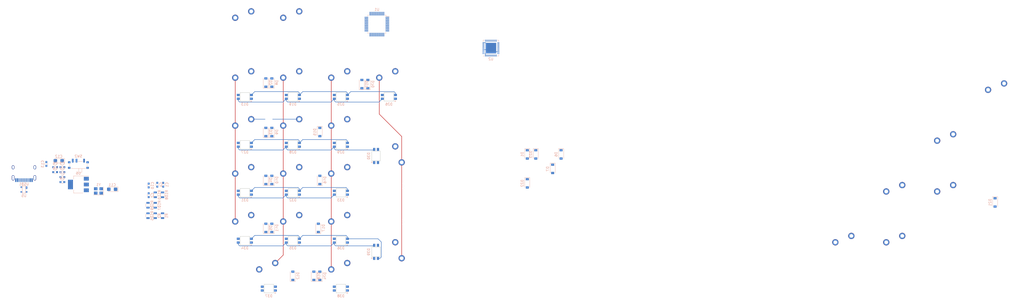
<source format=kicad_pcb>
(kicad_pcb (version 20171130) (host pcbnew "(5.1.10)-1")
  (layers (0 F.Cu signal) (31 B.Cu signal) (34 B.Paste user) (35 F.Paste user) (36 B.SilkS user) (37 F.SilkS user) (38 B.Mask user) (39 F.Mask user) (44 Edge.Cuts user))
  (net 0 "")
  (net 1 GND)
  (net 2 "Net-(C3-Pad1)")
  (net 3 VCC)
  (net 4 +5V)
  (net 5 Boot0)
  (net 6 "Net-(U1-Pad46)")
  (net 7 "Net-(U1-Pad45)")
  (net 8 "Net-(R2-Pad2)")
  (net 9 "Net-(U1-Pad43)")
  (net 10 "Net-(U1-Pad42)")
  (net 11 "Net-(U1-Pad41)")
  (net 12 "Net-(U1-Pad40)")
  (net 13 "Net-(U1-Pad39)")
  (net 14 "Net-(U1-Pad38)")
  (net 15 SWCLK)
  (net 16 SWDIO)
  (net 17 D+)
  (net 18 D-)
  (net 19 "Net-(U1-Pad31)")
  (net 20 "Net-(U1-Pad30)")
  (net 21 "Net-(U1-Pad29)")
  (net 22 "Net-(U1-Pad28)")
  (net 23 "Net-(U1-Pad27)")
  (net 24 "Net-(U1-Pad26)")
  (net 25 "Net-(U1-Pad25)")
  (net 26 "Net-(U1-Pad22)")
  (net 27 "Net-(U1-Pad21)")
  (net 28 "Net-(U1-Pad20)")
  (net 29 "Net-(U1-Pad19)")
  (net 30 "Net-(U1-Pad18)")
  (net 31 "Net-(U1-Pad16)")
  (net 32 "Net-(U1-Pad15)")
  (net 33 "Net-(U1-Pad14)")
  (net 34 "Net-(U1-Pad13)")
  (net 35 "Net-(U1-Pad12)")
  (net 36 "Net-(U1-Pad11)")
  (net 37 "Net-(U1-Pad10)")
  (net 38 "Net-(R105-Pad1)")
  (net 39 "Net-(C1-Pad1)")
  (net 40 "Net-(U1-Pad4)")
  (net 41 "Net-(U1-Pad3)")
  (net 42 "Net-(U1-Pad2)")
  (net 43 "Net-(C2-Pad1)")
  (net 44 "Net-(R107-Pad2)")
  (net 45 "Net-(R108-Pad2)")
  (net 46 /R-)
  (net 47 /R+)
  (net 48 "Net-(USB1-Pad3)")
  (net 49 "Net-(USB1-Pad9)")
  (net 50 "Net-(D1-Pad1)")
  (net 51 "Net-(D1-Pad2)")
  (net 52 "Net-(D14-Pad1)")
  (net 53 "Net-(D2-Pad2)")
  (net 54 "Net-(D15-Pad1)")
  (net 55 "Net-(D3-Pad2)")
  (net 56 "Net-(D10-Pad1)")
  (net 57 "Net-(D4-Pad2)")
  (net 58 "Net-(D11-Pad1)")
  (net 59 "Net-(D5-Pad2)")
  (net 60 "Net-(D12-Pad1)")
  (net 61 "Net-(D6-Pad2)")
  (net 62 "Net-(D7-Pad2)")
  (net 63 "Net-(D8-Pad2)")
  (net 64 "Net-(D9-Pad2)")
  (net 65 "Net-(D10-Pad2)")
  (net 66 "Net-(D11-Pad2)")
  (net 67 "Net-(D12-Pad2)")
  (net 68 "Net-(D13-Pad2)")
  (net 69 "Net-(D14-Pad2)")
  (net 70 "Net-(D15-Pad2)")
  (net 71 "Net-(D16-Pad2)")
  (net 72 "Net-(D17-Pad2)")
  (net 73 "Net-(D18-Pad2)")
  (net 74 "Net-(D20-Pad2)")
  (net 75 "Net-(D21-Pad2)")
  (net 76 "Net-(D22-Pad2)")
  (net 77 "Net-(D23-Pad2)")
  (net 78 "Net-(D24-Pad2)")
  (net 79 "Net-(MX1-Pad1)")
  (net 80 "Net-(MX10-Pad1)")
  (net 81 "Net-(MX14-Pad1)")
  (net 82 "Net-(MX13-Pad2)")
  (net 83 "Net-(D13-Pad3)")
  (net 84 "Net-(D13-Pad1)")
  (net 85 "Net-(D13-Pad4)")
  (net 86 "Net-(D19-Pad1)")
  (net 87 "Net-(D25-Pad1)")
  (net 88 "Net-(D26-Pad1)")
  (net 89 "Net-(D31-Pad3)")
  (net 90 "Net-(D31-Pad2)")
  (net 91 "Net-(U1-Pad17)")
  (net 92 "Net-(D31-Pad4)")
  (net 93 "Net-(D27-Pad3)")
  (net 94 "Net-(D27-Pad4)")
  (net 95 "Net-(D27-Pad2)")
  (net 96 "Net-(D34-Pad3)")
  (net 97 "Net-(D34-Pad4)")
  (net 98 "Net-(D34-Pad2)")
  (net 99 "Net-(D37-Pad1)")
  (net 100 "Net-(U2-Pad47)")
  (net 101 "Net-(U2-Pad46)")
  (net 102 "Net-(U2-Pad45)")
  (net 103 "Net-(U2-Pad44)")
  (net 104 "Net-(U2-Pad43)")
  (net 105 "Net-(U2-Pad42)")
  (net 106 "Net-(U2-Pad41)")
  (net 107 "Net-(U2-Pad40)")
  (net 108 "Net-(U2-Pad36)")
  (net 109 "Net-(U2-Pad35)")
  (net 110 "Net-(U2-Pad33)")
  (net 111 "Net-(U2-Pad32)")
  (net 112 "Net-(U2-Pad31)")
  (net 113 "Net-(U2-Pad30)")
  (net 114 "Net-(U2-Pad28)")
  (net 115 "Net-(U2-Pad27)")
  (net 116 "Net-(U2-Pad26)")
  (net 117 "Net-(U2-Pad25)")
  (net 118 "Net-(U2-Pad24)")
  (net 119 "Net-(U2-Pad23)")
  (net 120 "Net-(U2-Pad22)")
  (net 121 "Net-(U2-Pad21)")
  (net 122 "Net-(U2-Pad19)")
  (net 123 "Net-(U2-Pad18)")
  (net 124 "Net-(U2-Pad17)")
  (net 125 "Net-(U2-Pad16)")
  (net 126 "Net-(U2-Pad15)")
  (net 127 "Net-(U2-Pad14)")
  (net 128 "Net-(U2-Pad13)")
  (net 129 "Net-(U2-Pad11)")
  (net 130 "Net-(U2-Pad10)")
  (net 131 "Net-(U2-Pad9)")
  (net 132 "Net-(U2-Pad8)")
  (net 133 "Net-(U2-Pad7)")
  (net 134 "Net-(U2-Pad6)")
  (net 135 "Net-(U2-Pad4)")
  (net 136 "Net-(U2-Pad3)")
  (net 137 "Net-(U2-Pad2)")
  (net 138 "Net-(U2-Pad1)")
  (module sanproject-keyboard-part:D_SOD-123 (layer B.Cu) (at 488.1583 123.230205 270)
    (fp_text reference D21 (at 0 2 90) (layer B.SilkS) (effects (justify mirror)))
    (fp_text value D)
    (pad 1 smd rect (at -1.65 0 270) (size 0.9 1.2) (layers B.Cu B.Paste B.Mask) (net 54 "Net-(D15-Pad1)"))
    (pad 2 smd rect (at 1.65 0 270) (size 0.9 1.2) (layers B.Cu B.Paste B.Mask) (net 75 "Net-(D21-Pad2)"))
  )
  (module Package_DFN_QFN:QFN-48-1EP_6x6mm_P0.4mm_EP4.2x4.2mm (layer B.Cu) (at 288.132908 61.913004)
    (fp_text reference U2 (at 0 4.32) (layer B.SilkS) (effects (justify mirror)))
    (fp_text value IS31FL3733-QF)
    (pad 49 smd rect (at 0 0) (size 4.2 4.2) (layers B.Cu B.Mask) (net 1 GND))
    (pad 48 smd roundrect (at -2.2 2.95) (size 0.2 0.85) (layers B.Cu B.Paste B.Mask) (net 1 GND))
    (pad 47 smd roundrect (at -1.8 2.95) (size 0.2 0.85) (layers B.Cu B.Paste B.Mask) (net 100 "Net-(U2-Pad47)"))
    (pad 46 smd roundrect (at -1.4 2.95) (size 0.2 0.85) (layers B.Cu B.Paste B.Mask) (net 101 "Net-(U2-Pad46)"))
    (pad 45 smd roundrect (at -1 2.95) (size 0.2 0.85) (layers B.Cu B.Paste B.Mask) (net 102 "Net-(U2-Pad45)"))
    (pad 44 smd roundrect (at -0.6 2.95) (size 0.2 0.85) (layers B.Cu B.Paste B.Mask) (net 103 "Net-(U2-Pad44)"))
    (pad 43 smd roundrect (at -0.2 2.95) (size 0.2 0.85) (layers B.Cu B.Paste B.Mask) (net 104 "Net-(U2-Pad43)"))
    (pad 42 smd roundrect (at 0.2 2.95) (size 0.2 0.85) (layers B.Cu B.Paste B.Mask) (net 105 "Net-(U2-Pad42)"))
    (pad 41 smd roundrect (at 0.6 2.95) (size 0.2 0.85) (layers B.Cu B.Paste B.Mask) (net 106 "Net-(U2-Pad41)"))
    (pad 40 smd roundrect (at 1 2.95) (size 0.2 0.85) (layers B.Cu B.Paste B.Mask) (net 107 "Net-(U2-Pad40)"))
    (pad 39 smd roundrect (at 1.4 2.95) (size 0.2 0.85) (layers B.Cu B.Paste B.Mask) (net 3 VCC))
    (pad 38 smd roundrect (at 1.8 2.95) (size 0.2 0.85) (layers B.Cu B.Paste B.Mask) (net 4 +5V))
    (pad 37 smd roundrect (at 2.2 2.95) (size 0.2 0.85) (layers B.Cu B.Paste B.Mask) (net 4 +5V))
    (pad 36 smd roundrect (at 2.95 2.2) (size 0.85 0.2) (layers B.Cu B.Paste B.Mask) (net 108 "Net-(U2-Pad36)"))
    (pad 35 smd roundrect (at 2.95 1.8) (size 0.85 0.2) (layers B.Cu B.Paste B.Mask) (net 109 "Net-(U2-Pad35)"))
    (pad 34 smd roundrect (at 2.95 1.4) (size 0.85 0.2) (layers B.Cu B.Paste B.Mask) (net 1 GND))
    (pad 33 smd roundrect (at 2.95 1) (size 0.85 0.2) (layers B.Cu B.Paste B.Mask) (net 110 "Net-(U2-Pad33)"))
    (pad 32 smd roundrect (at 2.95 0.6) (size 0.85 0.2) (layers B.Cu B.Paste B.Mask) (net 111 "Net-(U2-Pad32)"))
    (pad 31 smd roundrect (at 2.95 0.2) (size 0.85 0.2) (layers B.Cu B.Paste B.Mask) (net 112 "Net-(U2-Pad31)"))
    (pad 30 smd roundrect (at 2.95 -0.2) (size 0.85 0.2) (layers B.Cu B.Paste B.Mask) (net 113 "Net-(U2-Pad30)"))
    (pad 29 smd roundrect (at 2.95 -0.6) (size 0.85 0.2) (layers B.Cu B.Paste B.Mask) (net 4 +5V))
    (pad 28 smd roundrect (at 2.95 -1) (size 0.85 0.2) (layers B.Cu B.Paste B.Mask) (net 114 "Net-(U2-Pad28)"))
    (pad 27 smd roundrect (at 2.95 -1.4) (size 0.85 0.2) (layers B.Cu B.Paste B.Mask) (net 115 "Net-(U2-Pad27)"))
    (pad 26 smd roundrect (at 2.95 -1.8) (size 0.85 0.2) (layers B.Cu B.Paste B.Mask) (net 116 "Net-(U2-Pad26)"))
    (pad 25 smd roundrect (at 2.95 -2.2) (size 0.85 0.2) (layers B.Cu B.Paste B.Mask) (net 117 "Net-(U2-Pad25)"))
    (pad 24 smd roundrect (at 2.2 -2.95) (size 0.2 0.85) (layers B.Cu B.Paste B.Mask) (net 118 "Net-(U2-Pad24)"))
    (pad 23 smd roundrect (at 1.8 -2.95) (size 0.2 0.85) (layers B.Cu B.Paste B.Mask) (net 119 "Net-(U2-Pad23)"))
    (pad 22 smd roundrect (at 1.4 -2.95) (size 0.2 0.85) (layers B.Cu B.Paste B.Mask) (net 120 "Net-(U2-Pad22)"))
    (pad 21 smd roundrect (at 1 -2.95) (size 0.2 0.85) (layers B.Cu B.Paste B.Mask) (net 121 "Net-(U2-Pad21)"))
    (pad 20 smd roundrect (at 0.6 -2.95) (size 0.2 0.85) (layers B.Cu B.Paste B.Mask) (net 4 +5V))
    (pad 19 smd roundrect (at 0.2 -2.95) (size 0.2 0.85) (layers B.Cu B.Paste B.Mask) (net 122 "Net-(U2-Pad19)"))
    (pad 18 smd roundrect (at -0.2 -2.95) (size 0.2 0.85) (layers B.Cu B.Paste B.Mask) (net 123 "Net-(U2-Pad18)"))
    (pad 17 smd roundrect (at -0.6 -2.95) (size 0.2 0.85) (layers B.Cu B.Paste B.Mask) (net 124 "Net-(U2-Pad17)"))
    (pad 16 smd roundrect (at -1 -2.95) (size 0.2 0.85) (layers B.Cu B.Paste B.Mask) (net 125 "Net-(U2-Pad16)"))
    (pad 15 smd roundrect (at -1.4 -2.95) (size 0.2 0.85) (layers B.Cu B.Paste B.Mask) (net 126 "Net-(U2-Pad15)"))
    (pad 14 smd roundrect (at -1.8 -2.95) (size 0.2 0.85) (layers B.Cu B.Paste B.Mask) (net 127 "Net-(U2-Pad14)"))
    (pad 13 smd roundrect (at -2.2 -2.95) (size 0.2 0.85) (layers B.Cu B.Paste B.Mask) (net 128 "Net-(U2-Pad13)"))
    (pad 12 smd roundrect (at -2.95 -2.2) (size 0.85 0.2) (layers B.Cu B.Paste B.Mask) (net 1 GND))
    (pad 11 smd roundrect (at -2.95 -1.8) (size 0.85 0.2) (layers B.Cu B.Paste B.Mask) (net 129 "Net-(U2-Pad11)"))
    (pad 10 smd roundrect (at -2.95 -1.4) (size 0.85 0.2) (layers B.Cu B.Paste B.Mask) (net 130 "Net-(U2-Pad10)"))
    (pad 9 smd roundrect (at -2.95 -1) (size 0.85 0.2) (layers B.Cu B.Paste B.Mask) (net 131 "Net-(U2-Pad9)"))
    (pad 8 smd roundrect (at -2.95 -0.6) (size 0.85 0.2) (layers B.Cu B.Paste B.Mask) (net 132 "Net-(U2-Pad8)"))
    (pad 7 smd roundrect (at -2.95 -0.2) (size 0.85 0.2) (layers B.Cu B.Paste B.Mask) (net 133 "Net-(U2-Pad7)"))
    (pad 6 smd roundrect (at -2.95 0.2) (size 0.85 0.2) (layers B.Cu B.Paste B.Mask) (net 134 "Net-(U2-Pad6)"))
    (pad 5 smd roundrect (at -2.95 0.6) (size 0.85 0.2) (layers B.Cu B.Paste B.Mask) (net 1 GND))
    (pad 4 smd roundrect (at -2.95 1) (size 0.85 0.2) (layers B.Cu B.Paste B.Mask) (net 135 "Net-(U2-Pad4)"))
    (pad 3 smd roundrect (at -2.95 1.4) (size 0.85 0.2) (layers B.Cu B.Paste B.Mask) (net 136 "Net-(U2-Pad3)"))
    (pad 2 smd roundrect (at -2.95 1.8) (size 0.85 0.2) (layers B.Cu B.Paste B.Mask) (net 137 "Net-(U2-Pad2)"))
    (pad 1 smd roundrect (at -2.95 2.2) (size 0.85 0.2) (layers B.Cu B.Paste B.Mask) (net 138 "Net-(U2-Pad1)"))
  )
  (module MX_Only_v3:MXOnly-2U-ReversedStabilizers-NoLED (layer F.Cu) (at 200.025 152.4)
    (fp_text reference MX25)
    (fp_text value MX-NoLED-MX_Alps_Hybrid)
    (pad 2 thru_hole circle (at 2.54 -5.08) (size 2.5 2.5) (drill 1.47) (layers *.Cu *.Mask) (net 80 "Net-(MX10-Pad1)"))
    (pad "" np_thru_hole circle (at 0 0) (size 3.9878 3.9878) (drill 3.9878) (layers *.Cu *.Mask))
    (pad 1 thru_hole circle (at -3.81 -2.54) (size 2.5 2.5) (drill 1.47) (layers *.Cu *.Mask) (net 67 "Net-(D12-Pad2)"))
    (pad "" np_thru_hole circle (at -5.08 0 48.0996) (size 1.75 1.75) (drill 1.75) (layers *.Cu *.Mask))
    (pad "" np_thru_hole circle (at 5.08 0 48.0996) (size 1.75 1.75) (drill 1.75) (layers *.Cu *.Mask))
    (pad "" np_thru_hole circle (at -11.90625 6.985) (size 3.048 3.048) (drill 3.048) (layers *.Cu *.Mask))
    (pad "" np_thru_hole circle (at 11.90625 6.985) (size 3.048 3.048) (drill 3.048) (layers *.Cu *.Mask))
    (pad "" np_thru_hole circle (at -11.90625 -8.255) (size 3.9878 3.9878) (drill 3.9878) (layers *.Cu *.Mask))
    (pad "" np_thru_hole circle (at 11.90625 -8.255) (size 3.9878 3.9878) (drill 3.9878) (layers *.Cu *.Mask))
  )
  (module sanproject-keyboard-part:RGB-D-6028 (layer B.Cu) (at 247.65 142.875 90)
    (fp_text reference D39 (at 0 -8 90) (layer B.SilkS) (effects (justify mirror)))
    (fp_text value LED_ARGB)
    (fp_line (start 1.9 -3.38) (end -1.9 -3.38) (layer Edge.Cuts) (width 0.15))
    (fp_line (start 1.9 -3.38) (end 1.9 -6.78) (layer Edge.Cuts) (width 0.15))
    (fp_line (start 1.9 -6.78) (end -1.9 -6.78) (layer Edge.Cuts) (width 0.15))
    (fp_line (start -1.9 -3.38) (end -1.9 -6.78) (layer Edge.Cuts) (width 0.15))
    (pad 3 smd rect (at 2.595 -4.33 90) (size 1.19 0.9) (layers B.Cu B.Paste B.Mask) (net 96 "Net-(D34-Pad3)"))
    (pad 1 smd rect (at -2.595 -5.83 90) (size 1.19 0.9) (layers B.Cu B.Paste B.Mask) (net 88 "Net-(D26-Pad1)"))
    (pad 4 smd rect (at -2.595 -4.33 90) (size 1.19 0.9) (layers B.Cu B.Paste B.Mask) (net 97 "Net-(D34-Pad4)"))
    (pad 2 smd rect (at 2.595 -5.83 90) (size 1.19 0.9) (layers B.Cu B.Paste B.Mask) (net 98 "Net-(D34-Pad2)"))
  )
  (module sanproject-keyboard-part:RGB-D-6028 (layer B.Cu) (at 228.6 152.4 180)
    (fp_text reference D38 (at 0 -8) (layer B.SilkS) (effects (justify mirror)))
    (fp_text value LED_ARGB)
    (fp_line (start 1.9 -3.38) (end -1.9 -3.38) (layer Edge.Cuts) (width 0.15))
    (fp_line (start 1.9 -3.38) (end 1.9 -6.78) (layer Edge.Cuts) (width 0.15))
    (fp_line (start 1.9 -6.78) (end -1.9 -6.78) (layer Edge.Cuts) (width 0.15))
    (fp_line (start -1.9 -3.38) (end -1.9 -6.78) (layer Edge.Cuts) (width 0.15))
    (pad 3 smd rect (at 2.595 -4.33 180) (size 1.19 0.9) (layers B.Cu B.Paste B.Mask) (net 96 "Net-(D34-Pad3)"))
    (pad 1 smd rect (at -2.595 -5.83 180) (size 1.19 0.9) (layers B.Cu B.Paste B.Mask) (net 99 "Net-(D37-Pad1)"))
    (pad 4 smd rect (at -2.595 -4.33 180) (size 1.19 0.9) (layers B.Cu B.Paste B.Mask) (net 97 "Net-(D34-Pad4)"))
    (pad 2 smd rect (at 2.595 -5.83 180) (size 1.19 0.9) (layers B.Cu B.Paste B.Mask) (net 98 "Net-(D34-Pad2)"))
  )
  (module sanproject-keyboard-part:RGB-D-6028 (layer B.Cu) (at 200.025 152.4 180)
    (fp_text reference D37 (at 0 -8) (layer B.SilkS) (effects (justify mirror)))
    (fp_text value LED_ARGB)
    (fp_line (start 1.9 -3.38) (end -1.9 -3.38) (layer Edge.Cuts) (width 0.15))
    (fp_line (start 1.9 -3.38) (end 1.9 -6.78) (layer Edge.Cuts) (width 0.15))
    (fp_line (start 1.9 -6.78) (end -1.9 -6.78) (layer Edge.Cuts) (width 0.15))
    (fp_line (start -1.9 -3.38) (end -1.9 -6.78) (layer Edge.Cuts) (width 0.15))
    (pad 3 smd rect (at 2.595 -4.33 180) (size 1.19 0.9) (layers B.Cu B.Paste B.Mask) (net 89 "Net-(D31-Pad3)"))
    (pad 1 smd rect (at -2.595 -5.83 180) (size 1.19 0.9) (layers B.Cu B.Paste B.Mask) (net 99 "Net-(D37-Pad1)"))
    (pad 4 smd rect (at -2.595 -4.33 180) (size 1.19 0.9) (layers B.Cu B.Paste B.Mask) (net 92 "Net-(D31-Pad4)"))
    (pad 2 smd rect (at 2.595 -5.83 180) (size 1.19 0.9) (layers B.Cu B.Paste B.Mask) (net 90 "Net-(D31-Pad2)"))
  )
  (module sanproject-keyboard-part:RGB-D-6028 (layer B.Cu) (at 228.6 133.35 180)
    (fp_text reference D36 (at 0 -8) (layer B.SilkS) (effects (justify mirror)))
    (fp_text value LED_ARGB)
    (fp_line (start 1.9 -3.38) (end -1.9 -3.38) (layer Edge.Cuts) (width 0.15))
    (fp_line (start 1.9 -3.38) (end 1.9 -6.78) (layer Edge.Cuts) (width 0.15))
    (fp_line (start 1.9 -6.78) (end -1.9 -6.78) (layer Edge.Cuts) (width 0.15))
    (fp_line (start -1.9 -3.38) (end -1.9 -6.78) (layer Edge.Cuts) (width 0.15))
    (pad 3 smd rect (at 2.595 -4.33 180) (size 1.19 0.9) (layers B.Cu B.Paste B.Mask) (net 96 "Net-(D34-Pad3)"))
    (pad 1 smd rect (at -2.595 -5.83 180) (size 1.19 0.9) (layers B.Cu B.Paste B.Mask) (net 87 "Net-(D25-Pad1)"))
    (pad 4 smd rect (at -2.595 -4.33 180) (size 1.19 0.9) (layers B.Cu B.Paste B.Mask) (net 97 "Net-(D34-Pad4)"))
    (pad 2 smd rect (at 2.595 -5.83 180) (size 1.19 0.9) (layers B.Cu B.Paste B.Mask) (net 98 "Net-(D34-Pad2)"))
  )
  (module sanproject-keyboard-part:RGB-D-6028 (layer B.Cu) (at 209.55 133.35 180)
    (fp_text reference D35 (at 0 -8) (layer B.SilkS) (effects (justify mirror)))
    (fp_text value LED_ARGB)
    (fp_line (start 1.9 -3.38) (end -1.9 -3.38) (layer Edge.Cuts) (width 0.15))
    (fp_line (start 1.9 -3.38) (end 1.9 -6.78) (layer Edge.Cuts) (width 0.15))
    (fp_line (start 1.9 -6.78) (end -1.9 -6.78) (layer Edge.Cuts) (width 0.15))
    (fp_line (start -1.9 -3.38) (end -1.9 -6.78) (layer Edge.Cuts) (width 0.15))
    (pad 3 smd rect (at 2.595 -4.33 180) (size 1.19 0.9) (layers B.Cu B.Paste B.Mask) (net 96 "Net-(D34-Pad3)"))
    (pad 1 smd rect (at -2.595 -5.83 180) (size 1.19 0.9) (layers B.Cu B.Paste B.Mask) (net 86 "Net-(D19-Pad1)"))
    (pad 4 smd rect (at -2.595 -4.33 180) (size 1.19 0.9) (layers B.Cu B.Paste B.Mask) (net 97 "Net-(D34-Pad4)"))
    (pad 2 smd rect (at 2.595 -5.83 180) (size 1.19 0.9) (layers B.Cu B.Paste B.Mask) (net 98 "Net-(D34-Pad2)"))
  )
  (module sanproject-keyboard-part:RGB-D-6028 (layer B.Cu) (at 190.5 133.35 180)
    (fp_text reference D34 (at 0 -8) (layer B.SilkS) (effects (justify mirror)))
    (fp_text value LED_ARGB)
    (fp_line (start 1.9 -3.38) (end -1.9 -3.38) (layer Edge.Cuts) (width 0.15))
    (fp_line (start 1.9 -3.38) (end 1.9 -6.78) (layer Edge.Cuts) (width 0.15))
    (fp_line (start 1.9 -6.78) (end -1.9 -6.78) (layer Edge.Cuts) (width 0.15))
    (fp_line (start -1.9 -3.38) (end -1.9 -6.78) (layer Edge.Cuts) (width 0.15))
    (pad 3 smd rect (at 2.595 -4.33 180) (size 1.19 0.9) (layers B.Cu B.Paste B.Mask) (net 96 "Net-(D34-Pad3)"))
    (pad 1 smd rect (at -2.595 -5.83 180) (size 1.19 0.9) (layers B.Cu B.Paste B.Mask) (net 84 "Net-(D13-Pad1)"))
    (pad 4 smd rect (at -2.595 -4.33 180) (size 1.19 0.9) (layers B.Cu B.Paste B.Mask) (net 97 "Net-(D34-Pad4)"))
    (pad 2 smd rect (at 2.595 -5.83 180) (size 1.19 0.9) (layers B.Cu B.Paste B.Mask) (net 98 "Net-(D34-Pad2)"))
  )
  (module sanproject-keyboard-part:RGB-D-6028 (layer B.Cu) (at 228.6 114.3 180)
    (fp_text reference D33 (at 0 -8) (layer B.SilkS) (effects (justify mirror)))
    (fp_text value LED_ARGB)
    (fp_line (start 1.9 -3.38) (end -1.9 -3.38) (layer Edge.Cuts) (width 0.15))
    (fp_line (start 1.9 -3.38) (end 1.9 -6.78) (layer Edge.Cuts) (width 0.15))
    (fp_line (start 1.9 -6.78) (end -1.9 -6.78) (layer Edge.Cuts) (width 0.15))
    (fp_line (start -1.9 -3.38) (end -1.9 -6.78) (layer Edge.Cuts) (width 0.15))
    (pad 3 smd rect (at 2.595 -4.33 180) (size 1.19 0.9) (layers B.Cu B.Paste B.Mask) (net 89 "Net-(D31-Pad3)"))
    (pad 1 smd rect (at -2.595 -5.83 180) (size 1.19 0.9) (layers B.Cu B.Paste B.Mask) (net 87 "Net-(D25-Pad1)"))
    (pad 4 smd rect (at -2.595 -4.33 180) (size 1.19 0.9) (layers B.Cu B.Paste B.Mask) (net 92 "Net-(D31-Pad4)"))
    (pad 2 smd rect (at 2.595 -5.83 180) (size 1.19 0.9) (layers B.Cu B.Paste B.Mask) (net 90 "Net-(D31-Pad2)"))
  )
  (module sanproject-keyboard-part:RGB-D-6028 (layer B.Cu) (at 209.55 114.3 180)
    (fp_text reference D32 (at 0 -8) (layer B.SilkS) (effects (justify mirror)))
    (fp_text value LED_ARGB)
    (fp_line (start 1.9 -3.38) (end -1.9 -3.38) (layer Edge.Cuts) (width 0.15))
    (fp_line (start 1.9 -3.38) (end 1.9 -6.78) (layer Edge.Cuts) (width 0.15))
    (fp_line (start 1.9 -6.78) (end -1.9 -6.78) (layer Edge.Cuts) (width 0.15))
    (fp_line (start -1.9 -3.38) (end -1.9 -6.78) (layer Edge.Cuts) (width 0.15))
    (pad 3 smd rect (at 2.595 -4.33 180) (size 1.19 0.9) (layers B.Cu B.Paste B.Mask) (net 89 "Net-(D31-Pad3)"))
    (pad 1 smd rect (at -2.595 -5.83 180) (size 1.19 0.9) (layers B.Cu B.Paste B.Mask) (net 86 "Net-(D19-Pad1)"))
    (pad 4 smd rect (at -2.595 -4.33 180) (size 1.19 0.9) (layers B.Cu B.Paste B.Mask) (net 92 "Net-(D31-Pad4)"))
    (pad 2 smd rect (at 2.595 -5.83 180) (size 1.19 0.9) (layers B.Cu B.Paste B.Mask) (net 90 "Net-(D31-Pad2)"))
  )
  (module sanproject-keyboard-part:RGB-D-6028 (layer B.Cu) (at 190.5 114.3 180)
    (fp_text reference D31 (at 0 -8) (layer B.SilkS) (effects (justify mirror)))
    (fp_text value LED_ARGB)
    (fp_line (start 1.9 -3.38) (end -1.9 -3.38) (layer Edge.Cuts) (width 0.15))
    (fp_line (start 1.9 -3.38) (end 1.9 -6.78) (layer Edge.Cuts) (width 0.15))
    (fp_line (start 1.9 -6.78) (end -1.9 -6.78) (layer Edge.Cuts) (width 0.15))
    (fp_line (start -1.9 -3.38) (end -1.9 -6.78) (layer Edge.Cuts) (width 0.15))
    (pad 3 smd rect (at 2.595 -4.33 180) (size 1.19 0.9) (layers B.Cu B.Paste B.Mask) (net 89 "Net-(D31-Pad3)"))
    (pad 1 smd rect (at -2.595 -5.83 180) (size 1.19 0.9) (layers B.Cu B.Paste B.Mask) (net 84 "Net-(D13-Pad1)"))
    (pad 4 smd rect (at -2.595 -4.33 180) (size 1.19 0.9) (layers B.Cu B.Paste B.Mask) (net 92 "Net-(D31-Pad4)"))
    (pad 2 smd rect (at 2.595 -5.83 180) (size 1.19 0.9) (layers B.Cu B.Paste B.Mask) (net 90 "Net-(D31-Pad2)"))
  )
  (module sanproject-keyboard-part:RGB-D-6028 (layer B.Cu) (at 247.65 104.775 90)
    (fp_text reference D30 (at 0 -8 90) (layer B.SilkS) (effects (justify mirror)))
    (fp_text value LED_ARGB)
    (fp_line (start 1.9 -3.38) (end -1.9 -3.38) (layer Edge.Cuts) (width 0.15))
    (fp_line (start 1.9 -3.38) (end 1.9 -6.78) (layer Edge.Cuts) (width 0.15))
    (fp_line (start 1.9 -6.78) (end -1.9 -6.78) (layer Edge.Cuts) (width 0.15))
    (fp_line (start -1.9 -3.38) (end -1.9 -6.78) (layer Edge.Cuts) (width 0.15))
    (pad 3 smd rect (at 2.595 -4.33 90) (size 1.19 0.9) (layers B.Cu B.Paste B.Mask) (net 93 "Net-(D27-Pad3)"))
    (pad 1 smd rect (at -2.595 -5.83 90) (size 1.19 0.9) (layers B.Cu B.Paste B.Mask) (net 88 "Net-(D26-Pad1)"))
    (pad 4 smd rect (at -2.595 -4.33 90) (size 1.19 0.9) (layers B.Cu B.Paste B.Mask) (net 94 "Net-(D27-Pad4)"))
    (pad 2 smd rect (at 2.595 -5.83 90) (size 1.19 0.9) (layers B.Cu B.Paste B.Mask) (net 95 "Net-(D27-Pad2)"))
  )
  (module sanproject-keyboard-part:RGB-D-6028 (layer B.Cu) (at 228.6 95.25 180)
    (fp_text reference D29 (at 0 -8) (layer B.SilkS) (effects (justify mirror)))
    (fp_text value LED_ARGB)
    (fp_line (start 1.9 -3.38) (end -1.9 -3.38) (layer Edge.Cuts) (width 0.15))
    (fp_line (start 1.9 -3.38) (end 1.9 -6.78) (layer Edge.Cuts) (width 0.15))
    (fp_line (start 1.9 -6.78) (end -1.9 -6.78) (layer Edge.Cuts) (width 0.15))
    (fp_line (start -1.9 -3.38) (end -1.9 -6.78) (layer Edge.Cuts) (width 0.15))
    (pad 3 smd rect (at 2.595 -4.33 180) (size 1.19 0.9) (layers B.Cu B.Paste B.Mask) (net 93 "Net-(D27-Pad3)"))
    (pad 1 smd rect (at -2.595 -5.83 180) (size 1.19 0.9) (layers B.Cu B.Paste B.Mask) (net 87 "Net-(D25-Pad1)"))
    (pad 4 smd rect (at -2.595 -4.33 180) (size 1.19 0.9) (layers B.Cu B.Paste B.Mask) (net 94 "Net-(D27-Pad4)"))
    (pad 2 smd rect (at 2.595 -5.83 180) (size 1.19 0.9) (layers B.Cu B.Paste B.Mask) (net 95 "Net-(D27-Pad2)"))
  )
  (module sanproject-keyboard-part:RGB-D-6028 (layer B.Cu) (at 209.55 95.25 180)
    (fp_text reference D28 (at 0 -8) (layer B.SilkS) (effects (justify mirror)))
    (fp_text value LED_ARGB)
    (fp_line (start 1.9 -3.38) (end -1.9 -3.38) (layer Edge.Cuts) (width 0.15))
    (fp_line (start 1.9 -3.38) (end 1.9 -6.78) (layer Edge.Cuts) (width 0.15))
    (fp_line (start 1.9 -6.78) (end -1.9 -6.78) (layer Edge.Cuts) (width 0.15))
    (fp_line (start -1.9 -3.38) (end -1.9 -6.78) (layer Edge.Cuts) (width 0.15))
    (pad 3 smd rect (at 2.595 -4.33 180) (size 1.19 0.9) (layers B.Cu B.Paste B.Mask) (net 93 "Net-(D27-Pad3)"))
    (pad 1 smd rect (at -2.595 -5.83 180) (size 1.19 0.9) (layers B.Cu B.Paste B.Mask) (net 86 "Net-(D19-Pad1)"))
    (pad 4 smd rect (at -2.595 -4.33 180) (size 1.19 0.9) (layers B.Cu B.Paste B.Mask) (net 94 "Net-(D27-Pad4)"))
    (pad 2 smd rect (at 2.595 -5.83 180) (size 1.19 0.9) (layers B.Cu B.Paste B.Mask) (net 95 "Net-(D27-Pad2)"))
  )
  (module sanproject-keyboard-part:RGB-D-6028 (layer B.Cu) (at 190.5 95.25 180)
    (fp_text reference D27 (at 0 -8) (layer B.SilkS) (effects (justify mirror)))
    (fp_text value LED_ARGB)
    (fp_line (start 1.9 -3.38) (end -1.9 -3.38) (layer Edge.Cuts) (width 0.15))
    (fp_line (start 1.9 -3.38) (end 1.9 -6.78) (layer Edge.Cuts) (width 0.15))
    (fp_line (start 1.9 -6.78) (end -1.9 -6.78) (layer Edge.Cuts) (width 0.15))
    (fp_line (start -1.9 -3.38) (end -1.9 -6.78) (layer Edge.Cuts) (width 0.15))
    (pad 3 smd rect (at 2.595 -4.33 180) (size 1.19 0.9) (layers B.Cu B.Paste B.Mask) (net 93 "Net-(D27-Pad3)"))
    (pad 1 smd rect (at -2.595 -5.83 180) (size 1.19 0.9) (layers B.Cu B.Paste B.Mask) (net 84 "Net-(D13-Pad1)"))
    (pad 4 smd rect (at -2.595 -4.33 180) (size 1.19 0.9) (layers B.Cu B.Paste B.Mask) (net 94 "Net-(D27-Pad4)"))
    (pad 2 smd rect (at 2.595 -5.83 180) (size 1.19 0.9) (layers B.Cu B.Paste B.Mask) (net 95 "Net-(D27-Pad2)"))
  )
  (module sanproject-keyboard-part:RGB-D-6028 (layer B.Cu) (at 247.65 76.2 180)
    (fp_text reference D26 (at 0 -8) (layer B.SilkS) (effects (justify mirror)))
    (fp_text value LED_ARGB)
    (fp_line (start 1.9 -3.38) (end -1.9 -3.38) (layer Edge.Cuts) (width 0.15))
    (fp_line (start 1.9 -3.38) (end 1.9 -6.78) (layer Edge.Cuts) (width 0.15))
    (fp_line (start 1.9 -6.78) (end -1.9 -6.78) (layer Edge.Cuts) (width 0.15))
    (fp_line (start -1.9 -3.38) (end -1.9 -6.78) (layer Edge.Cuts) (width 0.15))
    (pad 3 smd rect (at 2.595 -4.33 180) (size 1.19 0.9) (layers B.Cu B.Paste B.Mask) (net 83 "Net-(D13-Pad3)"))
    (pad 1 smd rect (at -2.595 -5.83 180) (size 1.19 0.9) (layers B.Cu B.Paste B.Mask) (net 88 "Net-(D26-Pad1)"))
    (pad 4 smd rect (at -2.595 -4.33 180) (size 1.19 0.9) (layers B.Cu B.Paste B.Mask) (net 85 "Net-(D13-Pad4)"))
    (pad 2 smd rect (at 2.595 -5.83 180) (size 1.19 0.9) (layers B.Cu B.Paste B.Mask) (net 68 "Net-(D13-Pad2)"))
  )
  (module sanproject-keyboard-part:RGB-D-6028 (layer B.Cu) (at 228.6 76.2 180)
    (fp_text reference D25 (at 0 -8) (layer B.SilkS) (effects (justify mirror)))
    (fp_text value LED_ARGB)
    (fp_line (start 1.9 -3.38) (end -1.9 -3.38) (layer Edge.Cuts) (width 0.15))
    (fp_line (start 1.9 -3.38) (end 1.9 -6.78) (layer Edge.Cuts) (width 0.15))
    (fp_line (start 1.9 -6.78) (end -1.9 -6.78) (layer Edge.Cuts) (width 0.15))
    (fp_line (start -1.9 -3.38) (end -1.9 -6.78) (layer Edge.Cuts) (width 0.15))
    (pad 3 smd rect (at 2.595 -4.33 180) (size 1.19 0.9) (layers B.Cu B.Paste B.Mask) (net 83 "Net-(D13-Pad3)"))
    (pad 1 smd rect (at -2.595 -5.83 180) (size 1.19 0.9) (layers B.Cu B.Paste B.Mask) (net 87 "Net-(D25-Pad1)"))
    (pad 4 smd rect (at -2.595 -4.33 180) (size 1.19 0.9) (layers B.Cu B.Paste B.Mask) (net 85 "Net-(D13-Pad4)"))
    (pad 2 smd rect (at 2.595 -5.83 180) (size 1.19 0.9) (layers B.Cu B.Paste B.Mask) (net 68 "Net-(D13-Pad2)"))
  )
  (module sanproject-keyboard-part:RGB-D-6028 (layer B.Cu) (at 209.55 76.2 180)
    (fp_text reference D19 (at 0 -8) (layer B.SilkS) (effects (justify mirror)))
    (fp_text value LED_ARGB)
    (fp_line (start 1.9 -3.38) (end -1.9 -3.38) (layer Edge.Cuts) (width 0.15))
    (fp_line (start 1.9 -3.38) (end 1.9 -6.78) (layer Edge.Cuts) (width 0.15))
    (fp_line (start 1.9 -6.78) (end -1.9 -6.78) (layer Edge.Cuts) (width 0.15))
    (fp_line (start -1.9 -3.38) (end -1.9 -6.78) (layer Edge.Cuts) (width 0.15))
    (pad 3 smd rect (at 2.595 -4.33 180) (size 1.19 0.9) (layers B.Cu B.Paste B.Mask) (net 83 "Net-(D13-Pad3)"))
    (pad 1 smd rect (at -2.595 -5.83 180) (size 1.19 0.9) (layers B.Cu B.Paste B.Mask) (net 86 "Net-(D19-Pad1)"))
    (pad 4 smd rect (at -2.595 -4.33 180) (size 1.19 0.9) (layers B.Cu B.Paste B.Mask) (net 85 "Net-(D13-Pad4)"))
    (pad 2 smd rect (at 2.595 -5.83 180) (size 1.19 0.9) (layers B.Cu B.Paste B.Mask) (net 68 "Net-(D13-Pad2)"))
  )
  (module sanproject-keyboard-part:RGB-D-6028 (layer B.Cu) (at 190.5 76.2 180)
    (fp_text reference D13 (at 0 -8) (layer B.SilkS) (effects (justify mirror)))
    (fp_text value LED_ARGB)
    (fp_line (start 1.9 -3.38) (end -1.9 -3.38) (layer Edge.Cuts) (width 0.15))
    (fp_line (start 1.9 -3.38) (end 1.9 -6.78) (layer Edge.Cuts) (width 0.15))
    (fp_line (start 1.9 -6.78) (end -1.9 -6.78) (layer Edge.Cuts) (width 0.15))
    (fp_line (start -1.9 -3.38) (end -1.9 -6.78) (layer Edge.Cuts) (width 0.15))
    (pad 3 smd rect (at 2.595 -4.33 180) (size 1.19 0.9) (layers B.Cu B.Paste B.Mask) (net 83 "Net-(D13-Pad3)"))
    (pad 1 smd rect (at -2.595 -5.83 180) (size 1.19 0.9) (layers B.Cu B.Paste B.Mask) (net 84 "Net-(D13-Pad1)"))
    (pad 4 smd rect (at -2.595 -4.33 180) (size 1.19 0.9) (layers B.Cu B.Paste B.Mask) (net 85 "Net-(D13-Pad4)"))
    (pad 2 smd rect (at 2.595 -5.83 180) (size 1.19 0.9) (layers B.Cu B.Paste B.Mask) (net 68 "Net-(D13-Pad2)"))
  )
  (module MX_Only_v3:MXOnly-1U-NoLED (layer F.Cu) (at 468.9952 121.426)
    (fp_text reference MX24)
    (fp_text value MX-NoLED-MX_Alps_Hybrid)
    (pad 2 thru_hole circle (at 2.54 -5.08) (size 2.5 2.5) (drill 1.47) (layers *.Cu *.Mask) (net 78 "Net-(D24-Pad2)"))
    (pad "" np_thru_hole circle (at 0 0) (size 3.9878 3.9878) (drill 3.9878) (layers *.Cu *.Mask))
    (pad 1 thru_hole circle (at -3.81 -2.54) (size 2.5 2.5) (drill 1.47) (layers *.Cu *.Mask) (net 82 "Net-(MX13-Pad2)"))
    (pad "" np_thru_hole circle (at -5.08 0 48.0996) (size 1.75 1.75) (drill 1.75) (layers *.Cu *.Mask))
    (pad "" np_thru_hole circle (at 5.08 0 48.0996) (size 1.75 1.75) (drill 1.75) (layers *.Cu *.Mask))
  )
  (module MX_Only_v3:MXOnly-1U-NoLED (layer F.Cu) (at 448.7952 141.626)
    (fp_text reference MX23)
    (fp_text value MX-NoLED-MX_Alps_Hybrid)
    (pad 2 thru_hole circle (at 2.54 -5.08) (size 2.5 2.5) (drill 1.47) (layers *.Cu *.Mask) (net 77 "Net-(D23-Pad2)"))
    (pad "" np_thru_hole circle (at 0 0) (size 3.9878 3.9878) (drill 3.9878) (layers *.Cu *.Mask))
    (pad 1 thru_hole circle (at -3.81 -2.54) (size 2.5 2.5) (drill 1.47) (layers *.Cu *.Mask) (net 82 "Net-(MX13-Pad2)"))
    (pad "" np_thru_hole circle (at -5.08 0 48.0996) (size 1.75 1.75) (drill 1.75) (layers *.Cu *.Mask))
    (pad "" np_thru_hole circle (at 5.08 0 48.0996) (size 1.75 1.75) (drill 1.75) (layers *.Cu *.Mask))
  )
  (module MX_Only_v3:MXOnly-1U-NoLED (layer F.Cu) (at 489.1952 81.026)
    (fp_text reference MX22)
    (fp_text value MX-NoLED-MX_Alps_Hybrid)
    (pad 2 thru_hole circle (at 2.54 -5.08) (size 2.5 2.5) (drill 1.47) (layers *.Cu *.Mask) (net 76 "Net-(D22-Pad2)"))
    (pad "" np_thru_hole circle (at 0 0) (size 3.9878 3.9878) (drill 3.9878) (layers *.Cu *.Mask))
    (pad 1 thru_hole circle (at -3.81 -2.54) (size 2.5 2.5) (drill 1.47) (layers *.Cu *.Mask) (net 82 "Net-(MX13-Pad2)"))
    (pad "" np_thru_hole circle (at -5.08 0 48.0996) (size 1.75 1.75) (drill 1.75) (layers *.Cu *.Mask))
    (pad "" np_thru_hole circle (at 5.08 0 48.0996) (size 1.75 1.75) (drill 1.75) (layers *.Cu *.Mask))
  )
  (module MX_Only_v3:MXOnly-1U-NoLED (layer F.Cu) (at 468.9952 101.226)
    (fp_text reference MX21)
    (fp_text value MX-NoLED-MX_Alps_Hybrid)
    (pad 2 thru_hole circle (at 2.54 -5.08) (size 2.5 2.5) (drill 1.47) (layers *.Cu *.Mask) (net 75 "Net-(D21-Pad2)"))
    (pad "" np_thru_hole circle (at 0 0) (size 3.9878 3.9878) (drill 3.9878) (layers *.Cu *.Mask))
    (pad 1 thru_hole circle (at -3.81 -2.54) (size 2.5 2.5) (drill 1.47) (layers *.Cu *.Mask) (net 82 "Net-(MX13-Pad2)"))
    (pad "" np_thru_hole circle (at -5.08 0 48.0996) (size 1.75 1.75) (drill 1.75) (layers *.Cu *.Mask))
    (pad "" np_thru_hole circle (at 5.08 0 48.0996) (size 1.75 1.75) (drill 1.75) (layers *.Cu *.Mask))
  )
  (module MX_Only_v3:MXOnly-1U-NoLED (layer F.Cu) (at 448.7952 121.426)
    (fp_text reference MX12)
    (fp_text value MX-NoLED-MX_Alps_Hybrid)
    (pad 2 thru_hole circle (at 2.54 -5.08) (size 2.5 2.5) (drill 1.47) (layers *.Cu *.Mask) (net 67 "Net-(D12-Pad2)"))
    (pad "" np_thru_hole circle (at 0 0) (size 3.9878 3.9878) (drill 3.9878) (layers *.Cu *.Mask))
    (pad 1 thru_hole circle (at -3.81 -2.54) (size 2.5 2.5) (drill 1.47) (layers *.Cu *.Mask) (net 80 "Net-(MX10-Pad1)"))
    (pad "" np_thru_hole circle (at -5.08 0 48.0996) (size 1.75 1.75) (drill 1.75) (layers *.Cu *.Mask))
    (pad "" np_thru_hole circle (at 5.08 0 48.0996) (size 1.75 1.75) (drill 1.75) (layers *.Cu *.Mask))
  )
  (module MX_Only_v3:MXOnly-1U-NoLED (layer F.Cu) (at 428.5952 141.626)
    (fp_text reference MX6)
    (fp_text value MX-NoLED-MX_Alps_Hybrid)
    (pad 2 thru_hole circle (at 2.54 -5.08) (size 2.5 2.5) (drill 1.47) (layers *.Cu *.Mask) (net 61 "Net-(D6-Pad2)"))
    (pad "" np_thru_hole circle (at 0 0) (size 3.9878 3.9878) (drill 3.9878) (layers *.Cu *.Mask))
    (pad 1 thru_hole circle (at -3.81 -2.54) (size 2.5 2.5) (drill 1.47) (layers *.Cu *.Mask) (net 79 "Net-(MX1-Pad1)"))
    (pad "" np_thru_hole circle (at -5.08 0 48.0996) (size 1.75 1.75) (drill 1.75) (layers *.Cu *.Mask))
    (pad "" np_thru_hole circle (at 5.08 0 48.0996) (size 1.75 1.75) (drill 1.75) (layers *.Cu *.Mask))
  )
  (module MX_Only_v3:MXOnly-2U-NoLED (layer F.Cu) (at 247.65 142.875 270)
    (fp_text reference MX19)
    (fp_text value MX-NoLED-MX_Alps_Hybrid)
    (pad 2 thru_hole circle (at 2.54 -5.08 270) (size 2.5 2.5) (drill 1.47) (layers *.Cu *.Mask) (net 82 "Net-(MX13-Pad2)"))
    (pad "" np_thru_hole circle (at 0 0 270) (size 3.9878 3.9878) (drill 3.9878) (layers *.Cu *.Mask))
    (pad 1 thru_hole circle (at -3.81 -2.54 270) (size 2.5 2.5) (drill 1.47) (layers *.Cu *.Mask) (net 78 "Net-(D24-Pad2)"))
    (pad "" np_thru_hole circle (at -5.08 0 318.0996) (size 1.75 1.75) (drill 1.75) (layers *.Cu *.Mask))
    (pad "" np_thru_hole circle (at 5.08 0 318.0996) (size 1.75 1.75) (drill 1.75) (layers *.Cu *.Mask))
    (pad "" np_thru_hole circle (at -11.90625 -6.985 270) (size 3.048 3.048) (drill 3.048) (layers *.Cu *.Mask))
    (pad "" np_thru_hole circle (at 11.90625 -6.985 270) (size 3.048 3.048) (drill 3.048) (layers *.Cu *.Mask))
    (pad "" np_thru_hole circle (at -11.90625 8.255 270) (size 3.9878 3.9878) (drill 3.9878) (layers *.Cu *.Mask))
    (pad "" np_thru_hole circle (at 11.90625 8.255 270) (size 3.9878 3.9878) (drill 3.9878) (layers *.Cu *.Mask))
  )
  (module MX_Only_v3:MXOnly-2U-NoLED (layer F.Cu) (at 247.65 104.775 270)
    (fp_text reference MX13)
    (fp_text value MX-NoLED-MX_Alps_Hybrid)
    (pad 2 thru_hole circle (at 2.54 -5.08 270) (size 2.5 2.5) (drill 1.47) (layers *.Cu *.Mask) (net 82 "Net-(MX13-Pad2)"))
    (pad "" np_thru_hole circle (at 0 0 270) (size 3.9878 3.9878) (drill 3.9878) (layers *.Cu *.Mask))
    (pad 1 thru_hole circle (at -3.81 -2.54 270) (size 2.5 2.5) (drill 1.47) (layers *.Cu *.Mask) (net 76 "Net-(D22-Pad2)"))
    (pad "" np_thru_hole circle (at -5.08 0 318.0996) (size 1.75 1.75) (drill 1.75) (layers *.Cu *.Mask))
    (pad "" np_thru_hole circle (at 5.08 0 318.0996) (size 1.75 1.75) (drill 1.75) (layers *.Cu *.Mask))
    (pad "" np_thru_hole circle (at -11.90625 -6.985 270) (size 3.048 3.048) (drill 3.048) (layers *.Cu *.Mask))
    (pad "" np_thru_hole circle (at 11.90625 -6.985 270) (size 3.048 3.048) (drill 3.048) (layers *.Cu *.Mask))
    (pad "" np_thru_hole circle (at -11.90625 8.255 270) (size 3.9878 3.9878) (drill 3.9878) (layers *.Cu *.Mask))
    (pad "" np_thru_hole circle (at 11.90625 8.255 270) (size 3.9878 3.9878) (drill 3.9878) (layers *.Cu *.Mask))
  )
  (module MX_Only_v3:MXOnly-1U-NoLED (layer F.Cu) (at 209.55 52.3875)
    (fp_text reference MX7)
    (fp_text value MX-NoLED-MX_Alps_Hybrid)
    (pad 2 thru_hole circle (at 2.54 -5.08) (size 2.5 2.5) (drill 1.47) (layers *.Cu *.Mask) (net 62 "Net-(D7-Pad2)"))
    (pad "" np_thru_hole circle (at 0 0) (size 3.9878 3.9878) (drill 3.9878) (layers *.Cu *.Mask))
    (pad 1 thru_hole circle (at -3.81 -2.54) (size 2.5 2.5) (drill 1.47) (layers *.Cu *.Mask) (net 80 "Net-(MX10-Pad1)"))
    (pad "" np_thru_hole circle (at -5.08 0 48.0996) (size 1.75 1.75) (drill 1.75) (layers *.Cu *.Mask))
    (pad "" np_thru_hole circle (at 5.08 0 48.0996) (size 1.75 1.75) (drill 1.75) (layers *.Cu *.Mask))
  )
  (module MX_Only_v3:MXOnly-1U-NoLED (layer F.Cu) (at 247.65 76.2)
    (fp_text reference MX20)
    (fp_text value MX-NoLED-MX_Alps_Hybrid)
    (pad 2 thru_hole circle (at 2.54 -5.08) (size 2.5 2.5) (drill 1.47) (layers *.Cu *.Mask) (net 74 "Net-(D20-Pad2)"))
    (pad "" np_thru_hole circle (at 0 0) (size 3.9878 3.9878) (drill 3.9878) (layers *.Cu *.Mask))
    (pad 1 thru_hole circle (at -3.81 -2.54) (size 2.5 2.5) (drill 1.47) (layers *.Cu *.Mask) (net 82 "Net-(MX13-Pad2)"))
    (pad "" np_thru_hole circle (at -5.08 0 48.0996) (size 1.75 1.75) (drill 1.75) (layers *.Cu *.Mask))
    (pad "" np_thru_hole circle (at 5.08 0 48.0996) (size 1.75 1.75) (drill 1.75) (layers *.Cu *.Mask))
  )
  (module MX_Only_v3:MXOnly-1U-NoLED (layer F.Cu) (at 228.6 152.4)
    (fp_text reference MX18)
    (fp_text value MX-NoLED-MX_Alps_Hybrid)
    (pad 2 thru_hole circle (at 2.54 -5.08) (size 2.5 2.5) (drill 1.47) (layers *.Cu *.Mask) (net 73 "Net-(D18-Pad2)"))
    (pad "" np_thru_hole circle (at 0 0) (size 3.9878 3.9878) (drill 3.9878) (layers *.Cu *.Mask))
    (pad 1 thru_hole circle (at -3.81 -2.54) (size 2.5 2.5) (drill 1.47) (layers *.Cu *.Mask) (net 81 "Net-(MX14-Pad1)"))
    (pad "" np_thru_hole circle (at -5.08 0 48.0996) (size 1.75 1.75) (drill 1.75) (layers *.Cu *.Mask))
    (pad "" np_thru_hole circle (at 5.08 0 48.0996) (size 1.75 1.75) (drill 1.75) (layers *.Cu *.Mask))
  )
  (module MX_Only_v3:MXOnly-1U-NoLED (layer F.Cu) (at 228.6 133.35)
    (fp_text reference MX17)
    (fp_text value MX-NoLED-MX_Alps_Hybrid)
    (pad 2 thru_hole circle (at 2.54 -5.08) (size 2.5 2.5) (drill 1.47) (layers *.Cu *.Mask) (net 72 "Net-(D17-Pad2)"))
    (pad "" np_thru_hole circle (at 0 0) (size 3.9878 3.9878) (drill 3.9878) (layers *.Cu *.Mask))
    (pad 1 thru_hole circle (at -3.81 -2.54) (size 2.5 2.5) (drill 1.47) (layers *.Cu *.Mask) (net 81 "Net-(MX14-Pad1)"))
    (pad "" np_thru_hole circle (at -5.08 0 48.0996) (size 1.75 1.75) (drill 1.75) (layers *.Cu *.Mask))
    (pad "" np_thru_hole circle (at 5.08 0 48.0996) (size 1.75 1.75) (drill 1.75) (layers *.Cu *.Mask))
  )
  (module MX_Only_v3:MXOnly-1U-NoLED (layer F.Cu) (at 228.6 114.3)
    (fp_text reference MX16)
    (fp_text value MX-NoLED-MX_Alps_Hybrid)
    (pad 2 thru_hole circle (at 2.54 -5.08) (size 2.5 2.5) (drill 1.47) (layers *.Cu *.Mask) (net 71 "Net-(D16-Pad2)"))
    (pad "" np_thru_hole circle (at 0 0) (size 3.9878 3.9878) (drill 3.9878) (layers *.Cu *.Mask))
    (pad 1 thru_hole circle (at -3.81 -2.54) (size 2.5 2.5) (drill 1.47) (layers *.Cu *.Mask) (net 81 "Net-(MX14-Pad1)"))
    (pad "" np_thru_hole circle (at -5.08 0 48.0996) (size 1.75 1.75) (drill 1.75) (layers *.Cu *.Mask))
    (pad "" np_thru_hole circle (at 5.08 0 48.0996) (size 1.75 1.75) (drill 1.75) (layers *.Cu *.Mask))
  )
  (module MX_Only_v3:MXOnly-1U-NoLED (layer F.Cu) (at 228.6 95.25)
    (fp_text reference MX15)
    (fp_text value MX-NoLED-MX_Alps_Hybrid)
    (pad 2 thru_hole circle (at 2.54 -5.08) (size 2.5 2.5) (drill 1.47) (layers *.Cu *.Mask) (net 70 "Net-(D15-Pad2)"))
    (pad "" np_thru_hole circle (at 0 0) (size 3.9878 3.9878) (drill 3.9878) (layers *.Cu *.Mask))
    (pad 1 thru_hole circle (at -3.81 -2.54) (size 2.5 2.5) (drill 1.47) (layers *.Cu *.Mask) (net 81 "Net-(MX14-Pad1)"))
    (pad "" np_thru_hole circle (at -5.08 0 48.0996) (size 1.75 1.75) (drill 1.75) (layers *.Cu *.Mask))
    (pad "" np_thru_hole circle (at 5.08 0 48.0996) (size 1.75 1.75) (drill 1.75) (layers *.Cu *.Mask))
  )
  (module MX_Only_v3:MXOnly-1U-NoLED (layer F.Cu) (at 228.6 76.2)
    (fp_text reference MX14)
    (fp_text value MX-NoLED-MX_Alps_Hybrid)
    (pad 2 thru_hole circle (at 2.54 -5.08) (size 2.5 2.5) (drill 1.47) (layers *.Cu *.Mask) (net 69 "Net-(D14-Pad2)"))
    (pad "" np_thru_hole circle (at 0 0) (size 3.9878 3.9878) (drill 3.9878) (layers *.Cu *.Mask))
    (pad 1 thru_hole circle (at -3.81 -2.54) (size 2.5 2.5) (drill 1.47) (layers *.Cu *.Mask) (net 81 "Net-(MX14-Pad1)"))
    (pad "" np_thru_hole circle (at -5.08 0 48.0996) (size 1.75 1.75) (drill 1.75) (layers *.Cu *.Mask))
    (pad "" np_thru_hole circle (at 5.08 0 48.0996) (size 1.75 1.75) (drill 1.75) (layers *.Cu *.Mask))
  )
  (module MX_Only_v3:MXOnly-1U-NoLED (layer F.Cu) (at 209.55 133.35)
    (fp_text reference MX11)
    (fp_text value MX-NoLED-MX_Alps_Hybrid)
    (pad 2 thru_hole circle (at 2.54 -5.08) (size 2.5 2.5) (drill 1.47) (layers *.Cu *.Mask) (net 66 "Net-(D11-Pad2)"))
    (pad "" np_thru_hole circle (at 0 0) (size 3.9878 3.9878) (drill 3.9878) (layers *.Cu *.Mask))
    (pad 1 thru_hole circle (at -3.81 -2.54) (size 2.5 2.5) (drill 1.47) (layers *.Cu *.Mask) (net 80 "Net-(MX10-Pad1)"))
    (pad "" np_thru_hole circle (at -5.08 0 48.0996) (size 1.75 1.75) (drill 1.75) (layers *.Cu *.Mask))
    (pad "" np_thru_hole circle (at 5.08 0 48.0996) (size 1.75 1.75) (drill 1.75) (layers *.Cu *.Mask))
  )
  (module MX_Only_v3:MXOnly-1U-NoLED (layer F.Cu) (at 209.55 114.3)
    (fp_text reference MX10)
    (fp_text value MX-NoLED-MX_Alps_Hybrid)
    (pad 2 thru_hole circle (at 2.54 -5.08) (size 2.5 2.5) (drill 1.47) (layers *.Cu *.Mask) (net 65 "Net-(D10-Pad2)"))
    (pad "" np_thru_hole circle (at 0 0) (size 3.9878 3.9878) (drill 3.9878) (layers *.Cu *.Mask))
    (pad 1 thru_hole circle (at -3.81 -2.54) (size 2.5 2.5) (drill 1.47) (layers *.Cu *.Mask) (net 80 "Net-(MX10-Pad1)"))
    (pad "" np_thru_hole circle (at -5.08 0 48.0996) (size 1.75 1.75) (drill 1.75) (layers *.Cu *.Mask))
    (pad "" np_thru_hole circle (at 5.08 0 48.0996) (size 1.75 1.75) (drill 1.75) (layers *.Cu *.Mask))
  )
  (module MX_Only_v3:MXOnly-1U-NoLED (layer F.Cu) (at 209.55 95.25)
    (fp_text reference MX9)
    (fp_text value MX-NoLED-MX_Alps_Hybrid)
    (pad 2 thru_hole circle (at 2.54 -5.08) (size 2.5 2.5) (drill 1.47) (layers *.Cu *.Mask) (net 64 "Net-(D9-Pad2)"))
    (pad "" np_thru_hole circle (at 0 0) (size 3.9878 3.9878) (drill 3.9878) (layers *.Cu *.Mask))
    (pad 1 thru_hole circle (at -3.81 -2.54) (size 2.5 2.5) (drill 1.47) (layers *.Cu *.Mask) (net 80 "Net-(MX10-Pad1)"))
    (pad "" np_thru_hole circle (at -5.08 0 48.0996) (size 1.75 1.75) (drill 1.75) (layers *.Cu *.Mask))
    (pad "" np_thru_hole circle (at 5.08 0 48.0996) (size 1.75 1.75) (drill 1.75) (layers *.Cu *.Mask))
  )
  (module MX_Only_v3:MXOnly-1U-NoLED (layer F.Cu) (at 209.55 76.2)
    (fp_text reference MX8)
    (fp_text value MX-NoLED-MX_Alps_Hybrid)
    (pad 2 thru_hole circle (at 2.54 -5.08) (size 2.5 2.5) (drill 1.47) (layers *.Cu *.Mask) (net 63 "Net-(D8-Pad2)"))
    (pad "" np_thru_hole circle (at 0 0) (size 3.9878 3.9878) (drill 3.9878) (layers *.Cu *.Mask))
    (pad 1 thru_hole circle (at -3.81 -2.54) (size 2.5 2.5) (drill 1.47) (layers *.Cu *.Mask) (net 80 "Net-(MX10-Pad1)"))
    (pad "" np_thru_hole circle (at -5.08 0 48.0996) (size 1.75 1.75) (drill 1.75) (layers *.Cu *.Mask))
    (pad "" np_thru_hole circle (at 5.08 0 48.0996) (size 1.75 1.75) (drill 1.75) (layers *.Cu *.Mask))
  )
  (module MX_Only_v3:MXOnly-1U-NoLED (layer F.Cu) (at 190.5 133.35)
    (fp_text reference MX5)
    (fp_text value MX-NoLED-MX_Alps_Hybrid)
    (pad 2 thru_hole circle (at 2.54 -5.08) (size 2.5 2.5) (drill 1.47) (layers *.Cu *.Mask) (net 59 "Net-(D5-Pad2)"))
    (pad "" np_thru_hole circle (at 0 0) (size 3.9878 3.9878) (drill 3.9878) (layers *.Cu *.Mask))
    (pad 1 thru_hole circle (at -3.81 -2.54) (size 2.5 2.5) (drill 1.47) (layers *.Cu *.Mask) (net 79 "Net-(MX1-Pad1)"))
    (pad "" np_thru_hole circle (at -5.08 0 48.0996) (size 1.75 1.75) (drill 1.75) (layers *.Cu *.Mask))
    (pad "" np_thru_hole circle (at 5.08 0 48.0996) (size 1.75 1.75) (drill 1.75) (layers *.Cu *.Mask))
  )
  (module MX_Only_v3:MXOnly-1U-NoLED (layer F.Cu) (at 190.5 114.3)
    (fp_text reference MX4)
    (fp_text value MX-NoLED-MX_Alps_Hybrid)
    (pad 2 thru_hole circle (at 2.54 -5.08) (size 2.5 2.5) (drill 1.47) (layers *.Cu *.Mask) (net 57 "Net-(D4-Pad2)"))
    (pad "" np_thru_hole circle (at 0 0) (size 3.9878 3.9878) (drill 3.9878) (layers *.Cu *.Mask))
    (pad 1 thru_hole circle (at -3.81 -2.54) (size 2.5 2.5) (drill 1.47) (layers *.Cu *.Mask) (net 79 "Net-(MX1-Pad1)"))
    (pad "" np_thru_hole circle (at -5.08 0 48.0996) (size 1.75 1.75) (drill 1.75) (layers *.Cu *.Mask))
    (pad "" np_thru_hole circle (at 5.08 0 48.0996) (size 1.75 1.75) (drill 1.75) (layers *.Cu *.Mask))
  )
  (module MX_Only_v3:MXOnly-1U-NoLED (layer F.Cu) (at 190.5 95.25)
    (fp_text reference MX3)
    (fp_text value MX-NoLED-MX_Alps_Hybrid)
    (pad 2 thru_hole circle (at 2.54 -5.08) (size 2.5 2.5) (drill 1.47) (layers *.Cu *.Mask) (net 55 "Net-(D3-Pad2)"))
    (pad "" np_thru_hole circle (at 0 0) (size 3.9878 3.9878) (drill 3.9878) (layers *.Cu *.Mask))
    (pad 1 thru_hole circle (at -3.81 -2.54) (size 2.5 2.5) (drill 1.47) (layers *.Cu *.Mask) (net 79 "Net-(MX1-Pad1)"))
    (pad "" np_thru_hole circle (at -5.08 0 48.0996) (size 1.75 1.75) (drill 1.75) (layers *.Cu *.Mask))
    (pad "" np_thru_hole circle (at 5.08 0 48.0996) (size 1.75 1.75) (drill 1.75) (layers *.Cu *.Mask))
  )
  (module MX_Only_v3:MXOnly-1U-NoLED (layer F.Cu) (at 190.5 76.2)
    (fp_text reference MX2)
    (fp_text value MX-NoLED-MX_Alps_Hybrid)
    (pad 2 thru_hole circle (at 2.54 -5.08) (size 2.5 2.5) (drill 1.47) (layers *.Cu *.Mask) (net 53 "Net-(D2-Pad2)"))
    (pad "" np_thru_hole circle (at 0 0) (size 3.9878 3.9878) (drill 3.9878) (layers *.Cu *.Mask))
    (pad 1 thru_hole circle (at -3.81 -2.54) (size 2.5 2.5) (drill 1.47) (layers *.Cu *.Mask) (net 79 "Net-(MX1-Pad1)"))
    (pad "" np_thru_hole circle (at -5.08 0 48.0996) (size 1.75 1.75) (drill 1.75) (layers *.Cu *.Mask))
    (pad "" np_thru_hole circle (at 5.08 0 48.0996) (size 1.75 1.75) (drill 1.75) (layers *.Cu *.Mask))
  )
  (module MX_Only_v3:MXOnly-1U-NoLED (layer F.Cu) (at 190.5 52.3875)
    (fp_text reference MX1)
    (fp_text value MX-NoLED-MX_Alps_Hybrid)
    (pad 2 thru_hole circle (at 2.54 -5.08) (size 2.5 2.5) (drill 1.47) (layers *.Cu *.Mask) (net 51 "Net-(D1-Pad2)"))
    (pad "" np_thru_hole circle (at 0 0) (size 3.9878 3.9878) (drill 3.9878) (layers *.Cu *.Mask))
    (pad 1 thru_hole circle (at -3.81 -2.54) (size 2.5 2.5) (drill 1.47) (layers *.Cu *.Mask) (net 79 "Net-(MX1-Pad1)"))
    (pad "" np_thru_hole circle (at -5.08 0 48.0996) (size 1.75 1.75) (drill 1.75) (layers *.Cu *.Mask))
    (pad "" np_thru_hole circle (at 5.08 0 48.0996) (size 1.75 1.75) (drill 1.75) (layers *.Cu *.Mask))
  )
  (module sanproject-keyboard-part:D_SOD-123 (layer B.Cu) (at 220.26655 152.40064 90)
    (fp_text reference D24 (at 0 2 90) (layer B.SilkS) (effects (justify mirror)))
    (fp_text value D)
    (pad 1 smd rect (at -1.65 0 90) (size 0.9 1.2) (layers B.Cu B.Paste B.Mask) (net 60 "Net-(D12-Pad1)"))
    (pad 2 smd rect (at 1.65 0 90) (size 0.9 1.2) (layers B.Cu B.Paste B.Mask) (net 78 "Net-(D24-Pad2)"))
  )
  (module sanproject-keyboard-part:D_SOD-123 (layer B.Cu) (at 305.9275 104.14 270)
    (fp_text reference D23 (at 0 2 90) (layer B.SilkS) (effects (justify mirror)))
    (fp_text value D)
    (pad 1 smd rect (at -1.65 0 270) (size 0.9 1.2) (layers B.Cu B.Paste B.Mask) (net 58 "Net-(D11-Pad1)"))
    (pad 2 smd rect (at 1.65 0 270) (size 0.9 1.2) (layers B.Cu B.Paste B.Mask) (net 77 "Net-(D23-Pad2)"))
  )
  (module sanproject-keyboard-part:D_SOD-123 (layer B.Cu) (at 302.5775 115.64 270)
    (fp_text reference D22 (at 0 2 90) (layer B.SilkS) (effects (justify mirror)))
    (fp_text value D)
    (pad 1 smd rect (at -1.65 0 270) (size 0.9 1.2) (layers B.Cu B.Paste B.Mask) (net 56 "Net-(D10-Pad1)"))
    (pad 2 smd rect (at 1.65 0 270) (size 0.9 1.2) (layers B.Cu B.Paste B.Mask) (net 76 "Net-(D22-Pad2)"))
  )
  (module sanproject-keyboard-part:D_SOD-123 (layer B.Cu) (at 239.31663 76.20032 90)
    (fp_text reference D20 (at 0 2 90) (layer B.SilkS) (effects (justify mirror)))
    (fp_text value D)
    (pad 1 smd rect (at -1.65 0 90) (size 0.9 1.2) (layers B.Cu B.Paste B.Mask) (net 52 "Net-(D14-Pad1)"))
    (pad 2 smd rect (at 1.65 0 90) (size 0.9 1.2) (layers B.Cu B.Paste B.Mask) (net 74 "Net-(D20-Pad2)"))
  )
  (module sanproject-keyboard-part:D_SOD-123 (layer B.Cu) (at 217.88529 152.40064 90)
    (fp_text reference D18 (at 0 2 90) (layer B.SilkS) (effects (justify mirror)))
    (fp_text value D)
    (pad 1 smd rect (at -1.65 0 90) (size 0.9 1.2) (layers B.Cu B.Paste B.Mask) (net 60 "Net-(D12-Pad1)"))
    (pad 2 smd rect (at 1.65 0 90) (size 0.9 1.2) (layers B.Cu B.Paste B.Mask) (net 73 "Net-(D18-Pad2)"))
  )
  (module sanproject-keyboard-part:D_SOD-123 (layer B.Cu) (at 219.671235 133.35056 90)
    (fp_text reference D17 (at 0 2 90) (layer B.SilkS) (effects (justify mirror)))
    (fp_text value D)
    (pad 1 smd rect (at -1.65 0 90) (size 0.9 1.2) (layers B.Cu B.Paste B.Mask) (net 58 "Net-(D11-Pad1)"))
    (pad 2 smd rect (at 1.65 0 90) (size 0.9 1.2) (layers B.Cu B.Paste B.Mask) (net 72 "Net-(D17-Pad2)"))
  )
  (module sanproject-keyboard-part:D_SOD-123 (layer B.Cu) (at 220.26655 114.30048 90)
    (fp_text reference D16 (at 0 2 90) (layer B.SilkS) (effects (justify mirror)))
    (fp_text value D)
    (pad 1 smd rect (at -1.65 0 90) (size 0.9 1.2) (layers B.Cu B.Paste B.Mask) (net 56 "Net-(D10-Pad1)"))
    (pad 2 smd rect (at 1.65 0 90) (size 0.9 1.2) (layers B.Cu B.Paste B.Mask) (net 71 "Net-(D16-Pad2)"))
  )
  (module sanproject-keyboard-part:D_SOD-123 (layer B.Cu) (at 220.26655 95.2504 270)
    (fp_text reference D15 (at 0 2 90) (layer B.SilkS) (effects (justify mirror)))
    (fp_text value D)
    (pad 1 smd rect (at -1.65 0 270) (size 0.9 1.2) (layers B.Cu B.Paste B.Mask) (net 54 "Net-(D15-Pad1)"))
    (pad 2 smd rect (at 1.65 0 270) (size 0.9 1.2) (layers B.Cu B.Paste B.Mask) (net 70 "Net-(D15-Pad2)"))
  )
  (module sanproject-keyboard-part:D_SOD-123 (layer B.Cu) (at 236.93537 76.20032 90)
    (fp_text reference D14 (at 0 2 90) (layer B.SilkS) (effects (justify mirror)))
    (fp_text value D)
    (pad 1 smd rect (at -1.65 0 90) (size 0.9 1.2) (layers B.Cu B.Paste B.Mask) (net 52 "Net-(D14-Pad1)"))
    (pad 2 smd rect (at 1.65 0 90) (size 0.9 1.2) (layers B.Cu B.Paste B.Mask) (net 69 "Net-(D14-Pad2)"))
  )
  (module sanproject-keyboard-part:D_SOD-123 (layer B.Cu) (at 209.55088 152.40064 90)
    (fp_text reference D12 (at 0 2 90) (layer B.SilkS) (effects (justify mirror)))
    (fp_text value D)
    (pad 1 smd rect (at -1.65 0 90) (size 0.9 1.2) (layers B.Cu B.Paste B.Mask) (net 60 "Net-(D12-Pad1)"))
    (pad 2 smd rect (at 1.65 0 90) (size 0.9 1.2) (layers B.Cu B.Paste B.Mask) (net 67 "Net-(D12-Pad2)"))
  )
  (module sanproject-keyboard-part:D_SOD-123 (layer B.Cu) (at 201.21647 133.35056 90)
    (fp_text reference D11 (at 0 2 90) (layer B.SilkS) (effects (justify mirror)))
    (fp_text value D)
    (pad 1 smd rect (at -1.65 0 90) (size 0.9 1.2) (layers B.Cu B.Paste B.Mask) (net 58 "Net-(D11-Pad1)"))
    (pad 2 smd rect (at 1.65 0 90) (size 0.9 1.2) (layers B.Cu B.Paste B.Mask) (net 66 "Net-(D11-Pad2)"))
  )
  (module sanproject-keyboard-part:D_SOD-123 (layer B.Cu) (at 201.21647 114.30048 90)
    (fp_text reference D10 (at 0 2 90) (layer B.SilkS) (effects (justify mirror)))
    (fp_text value D)
    (pad 1 smd rect (at -1.65 0 90) (size 0.9 1.2) (layers B.Cu B.Paste B.Mask) (net 56 "Net-(D10-Pad1)"))
    (pad 2 smd rect (at 1.65 0 90) (size 0.9 1.2) (layers B.Cu B.Paste B.Mask) (net 65 "Net-(D10-Pad2)"))
  )
  (module sanproject-keyboard-part:D_SOD-123 (layer B.Cu) (at 201.21647 95.2504 90)
    (fp_text reference D9 (at 0 2 90) (layer B.SilkS) (effects (justify mirror)))
    (fp_text value D)
    (pad 1 smd rect (at -1.65 0 90) (size 0.9 1.2) (layers B.Cu B.Paste B.Mask) (net 54 "Net-(D15-Pad1)"))
    (pad 2 smd rect (at 1.65 0 90) (size 0.9 1.2) (layers B.Cu B.Paste B.Mask) (net 64 "Net-(D9-Pad2)"))
  )
  (module sanproject-keyboard-part:D_SOD-123 (layer B.Cu) (at 201.21647 75.605005 90)
    (fp_text reference D8 (at 0 2 90) (layer B.SilkS) (effects (justify mirror)))
    (fp_text value D)
    (pad 1 smd rect (at -1.65 0 90) (size 0.9 1.2) (layers B.Cu B.Paste B.Mask) (net 52 "Net-(D14-Pad1)"))
    (pad 2 smd rect (at 1.65 0 90) (size 0.9 1.2) (layers B.Cu B.Paste B.Mask) (net 63 "Net-(D8-Pad2)"))
  )
  (module sanproject-keyboard-part:D_SOD-123 (layer B.Cu) (at 312.6275 109.89 270)
    (fp_text reference D7 (at 0 2 90) (layer B.SilkS) (effects (justify mirror)))
    (fp_text value D)
    (pad 1 smd rect (at -1.65 0 270) (size 0.9 1.2) (layers B.Cu B.Paste B.Mask) (net 50 "Net-(D1-Pad1)"))
    (pad 2 smd rect (at 1.65 0 270) (size 0.9 1.2) (layers B.Cu B.Paste B.Mask) (net 62 "Net-(D7-Pad2)"))
  )
  (module sanproject-keyboard-part:D_SOD-123 (layer B.Cu) (at 315.9775 104.14 270)
    (fp_text reference D6 (at 0 2 90) (layer B.SilkS) (effects (justify mirror)))
    (fp_text value D)
    (pad 1 smd rect (at -1.65 0 270) (size 0.9 1.2) (layers B.Cu B.Paste B.Mask) (net 60 "Net-(D12-Pad1)"))
    (pad 2 smd rect (at 1.65 0 270) (size 0.9 1.2) (layers B.Cu B.Paste B.Mask) (net 61 "Net-(D6-Pad2)"))
  )
  (module sanproject-keyboard-part:D_SOD-123 (layer B.Cu) (at 198.83521 133.35056 90)
    (fp_text reference D5 (at 0 2 90) (layer B.SilkS) (effects (justify mirror)))
    (fp_text value D)
    (pad 1 smd rect (at -1.65 0 90) (size 0.9 1.2) (layers B.Cu B.Paste B.Mask) (net 58 "Net-(D11-Pad1)"))
    (pad 2 smd rect (at 1.65 0 90) (size 0.9 1.2) (layers B.Cu B.Paste B.Mask) (net 59 "Net-(D5-Pad2)"))
  )
  (module sanproject-keyboard-part:D_SOD-123 (layer B.Cu) (at 198.83521 114.30048 90)
    (fp_text reference D4 (at 0 2 90) (layer B.SilkS) (effects (justify mirror)))
    (fp_text value D)
    (pad 1 smd rect (at -1.65 0 90) (size 0.9 1.2) (layers B.Cu B.Paste B.Mask) (net 56 "Net-(D10-Pad1)"))
    (pad 2 smd rect (at 1.65 0 90) (size 0.9 1.2) (layers B.Cu B.Paste B.Mask) (net 57 "Net-(D4-Pad2)"))
  )
  (module sanproject-keyboard-part:D_SOD-123 (layer B.Cu) (at 198.83521 95.2504 90)
    (fp_text reference D3 (at 0 2 90) (layer B.SilkS) (effects (justify mirror)))
    (fp_text value D)
    (pad 1 smd rect (at -1.65 0 90) (size 0.9 1.2) (layers B.Cu B.Paste B.Mask) (net 54 "Net-(D15-Pad1)"))
    (pad 2 smd rect (at 1.65 0 90) (size 0.9 1.2) (layers B.Cu B.Paste B.Mask) (net 55 "Net-(D3-Pad2)"))
  )
  (module sanproject-keyboard-part:D_SOD-123 (layer B.Cu) (at 198.83521 75.605005 90)
    (fp_text reference D2 (at 0 2 90) (layer B.SilkS) (effects (justify mirror)))
    (fp_text value D)
    (pad 1 smd rect (at -1.65 0 90) (size 0.9 1.2) (layers B.Cu B.Paste B.Mask) (net 52 "Net-(D14-Pad1)"))
    (pad 2 smd rect (at 1.65 0 90) (size 0.9 1.2) (layers B.Cu B.Paste B.Mask) (net 53 "Net-(D2-Pad2)"))
  )
  (module sanproject-keyboard-part:D_SOD-123 (layer B.Cu) (at 302.5775 104.14 270)
    (fp_text reference D1 (at 0 2 90) (layer B.SilkS) (effects (justify mirror)))
    (fp_text value D)
    (pad 1 smd rect (at -1.65 0 270) (size 0.9 1.2) (layers B.Cu B.Paste B.Mask) (net 50 "Net-(D1-Pad1)"))
    (pad 2 smd rect (at 1.65 0 270) (size 0.9 1.2) (layers B.Cu B.Paste B.Mask) (net 51 "Net-(D1-Pad2)"))
  )
  (module sanproject-keyboard-part:SOT143B (layer B.Cu) (at 102.87 118.11 180)
    (fp_text reference U5 (at 0 -2.45) (layer B.SilkS) (effects (justify mirror)))
    (fp_text value PRTR5V0U2X)
    (pad 1 smd rect (at -1 0.75 270) (size 1 0.7) (layers B.Cu B.Paste B.Mask) (net 1 GND))
    (pad 4 smd rect (at 1 0.95 270) (size 0.6 0.7) (layers B.Cu B.Paste B.Mask) (net 4 +5V))
    (pad 2 smd rect (at -1 -0.95 270) (size 0.6 0.7) (layers B.Cu B.Paste B.Mask) (net 46 /R-))
    (pad 3 smd rect (at 1 -0.95 270) (size 0.6 0.7) (layers B.Cu B.Paste B.Mask) (net 47 /R+))
  )
  (module sanproject-keyboard-part:HRO-TYPE-C-31-M-12-Assembly (layer B.Cu) (at 102.87 106.68)
    (fp_text reference USB1 (at 0 9.25) (layer B.SilkS) (effects (justify mirror)))
    (fp_text value HRO-TYPE-C-31-M-12)
    (pad 12 smd rect (at 3.225 7.695) (size 0.6 1.45) (layers B.Cu B.Paste B.Mask) (net 1 GND))
    (pad 1 smd rect (at -3.225 7.695) (size 0.6 1.45) (layers B.Cu B.Paste B.Mask) (net 1 GND))
    (pad 11 smd rect (at 2.45 7.695) (size 0.6 1.45) (layers B.Cu B.Paste B.Mask) (net 4 +5V))
    (pad 2 smd rect (at -2.45 7.695) (size 0.6 1.45) (layers B.Cu B.Paste B.Mask) (net 4 +5V))
    (pad 3 smd rect (at -1.75 7.695) (size 0.3 1.45) (layers B.Cu B.Paste B.Mask) (net 48 "Net-(USB1-Pad3)"))
    (pad 10 smd rect (at 1.75 7.695) (size 0.3 1.45) (layers B.Cu B.Paste B.Mask) (net 45 "Net-(R108-Pad2)"))
    (pad 4 smd rect (at -1.25 7.695) (size 0.3 1.45) (layers B.Cu B.Paste B.Mask) (net 44 "Net-(R107-Pad2)"))
    (pad 9 smd rect (at 1.25 7.695) (size 0.3 1.45) (layers B.Cu B.Paste B.Mask) (net 49 "Net-(USB1-Pad9)"))
    (pad 5 smd rect (at -0.75 7.695) (size 0.3 1.45) (layers B.Cu B.Paste B.Mask) (net 47 /R+))
    (pad 8 smd rect (at 0.75 7.695) (size 0.3 1.45) (layers B.Cu B.Paste B.Mask) (net 46 /R-))
    (pad 7 smd rect (at 0.25 7.695) (size 0.3 1.45) (layers B.Cu B.Paste B.Mask) (net 47 /R+))
    (pad 6 smd rect (at -0.25 7.695) (size 0.3 1.45) (layers B.Cu B.Paste B.Mask) (net 46 /R-))
    (pad "" np_thru_hole circle (at 2.89 6.25) (size 0.65 0.65) (drill 0.65) (layers *.Cu *.Mask))
    (pad "" np_thru_hole circle (at -2.89 6.25) (size 0.65 0.65) (drill 0.65) (layers *.Cu *.Mask))
    (pad 13 thru_hole oval (at -4.32 6.78) (size 1 2.1) (drill oval 0.6 1.7) (layers *.Cu *.Mask) (net 1 GND))
    (pad 13 thru_hole oval (at 4.32 6.78) (size 1 2.1) (drill oval 0.6 1.7) (layers *.Cu *.Mask) (net 1 GND))
    (pad 13 thru_hole oval (at -4.32 2.6) (size 1 1.6) (drill oval 0.6 1.2) (layers *.Cu *.Mask) (net 1 GND))
    (pad 13 thru_hole oval (at 4.32 2.6) (size 1 1.6) (drill oval 0.6 1.2) (layers *.Cu *.Mask) (net 1 GND))
  )
  (module sanproject-keyboard-part:C_0603 (layer B.Cu) (at 111.76 107.95 270)
    (fp_text reference C13 (at 0 1.5 90) (layer B.SilkS) (effects (justify mirror)))
    (fp_text value 0.1uF)
    (pad 2 smd rect (at 0.75 0 270) (size 0.8 0.75) (layers B.Cu B.Paste B.Mask) (net 3 VCC))
    (pad 1 smd rect (at -0.75 0 270) (size 0.8 0.75) (layers B.Cu B.Paste B.Mask) (net 1 GND))
  )
  (module sanproject-keyboard-part:R_0805 (layer B.Cu) (at 154.97 120.205 90)
    (fp_text reference R110 (at 0 1.65 90) (layer B.SilkS) (effects (justify mirror)))
    (fp_text value 22)
    (pad 1 smd rect (at -0.95 0 90) (size 0.7 1.3) (layers B.Cu B.Paste B.Mask) (net 18 D-))
    (pad 2 smd rect (at 0.95 0 90) (size 0.7 1.3) (layers B.Cu B.Paste B.Mask) (net 47 /R+))
  )
  (module sanproject-keyboard-part:R_0805 (layer B.Cu) (at 152.09 124.355 90)
    (fp_text reference R109 (at 0 1.65 90) (layer B.SilkS) (effects (justify mirror)))
    (fp_text value 22)
    (pad 1 smd rect (at -0.95 0 90) (size 0.7 1.3) (layers B.Cu B.Paste B.Mask) (net 17 D+))
    (pad 2 smd rect (at 0.95 0 90) (size 0.7 1.3) (layers B.Cu B.Paste B.Mask) (net 46 /R-))
  )
  (module sanproject-keyboard-part:R_0805 (layer B.Cu) (at 157.85 120.205 90)
    (fp_text reference R108 (at 0 1.65 90) (layer B.SilkS) (effects (justify mirror)))
    (fp_text value 5.1k)
    (pad 1 smd rect (at -0.95 0 90) (size 0.7 1.3) (layers B.Cu B.Paste B.Mask) (net 1 GND))
    (pad 2 smd rect (at 0.95 0 90) (size 0.7 1.3) (layers B.Cu B.Paste B.Mask) (net 45 "Net-(R108-Pad2)"))
  )
  (module sanproject-keyboard-part:R_0805 (layer B.Cu) (at 154.97 124.355 90)
    (fp_text reference R107 (at 0 1.65 90) (layer B.SilkS) (effects (justify mirror)))
    (fp_text value 5.1k)
    (pad 1 smd rect (at -0.95 0 90) (size 0.7 1.3) (layers B.Cu B.Paste B.Mask) (net 1 GND))
    (pad 2 smd rect (at 0.95 0 90) (size 0.7 1.3) (layers B.Cu B.Paste B.Mask) (net 44 "Net-(R107-Pad2)"))
  )
  (module sanproject-keyboard-part:R_0805 (layer B.Cu) (at 152.09 128.505 90)
    (fp_text reference R105 (at 0 1.65 90) (layer B.SilkS) (effects (justify mirror)))
    (fp_text value 390)
    (pad 1 smd rect (at -0.95 0 90) (size 0.7 1.3) (layers B.Cu B.Paste B.Mask) (net 38 "Net-(R105-Pad1)"))
    (pad 2 smd rect (at 0.95 0 90) (size 0.7 1.3) (layers B.Cu B.Paste B.Mask) (net 43 "Net-(C2-Pad1)"))
  )
  (module sanproject-keyboard-part:R_0805 (layer B.Cu) (at 154.97 128.505 90)
    (fp_text reference R2 (at 0 1.65 90) (layer B.SilkS) (effects (justify mirror)))
    (fp_text value 10k)
    (pad 1 smd rect (at -0.95 0 90) (size 0.7 1.3) (layers B.Cu B.Paste B.Mask) (net 5 Boot0))
    (pad 2 smd rect (at 0.95 0 90) (size 0.7 1.3) (layers B.Cu B.Paste B.Mask) (net 8 "Net-(R2-Pad2)"))
  )
  (module sanproject-keyboard-part:R_0805 (layer B.Cu) (at 157.85 128.505 90)
    (fp_text reference R1 (at 0 1.65 90) (layer B.SilkS) (effects (justify mirror)))
    (fp_text value 10k)
    (pad 1 smd rect (at -0.95 0 90) (size 0.7 1.3) (layers B.Cu B.Paste B.Mask) (net 3 VCC))
    (pad 2 smd rect (at 0.95 0 90) (size 0.7 1.3) (layers B.Cu B.Paste B.Mask) (net 2 "Net-(C3-Pad1)"))
  )
  (module sanproject-keyboard-part:C_0603 (layer B.Cu) (at 152.355 116.505 90)
    (fp_text reference C10 (at 0 1.5 90) (layer B.SilkS) (effects (justify mirror)))
    (fp_text value 1uF)
    (pad 2 smd rect (at 0.75 0 90) (size 0.8 0.75) (layers B.Cu B.Paste B.Mask) (net 3 VCC))
    (pad 1 smd rect (at -0.75 0 90) (size 0.8 0.75) (layers B.Cu B.Paste B.Mask) (net 1 GND))
  )
  (module sanproject-keyboard-part:C_0603 (layer B.Cu) (at 118.11 115.13 180)
    (fp_text reference C9 (at 0 1.5) (layer B.SilkS) (effects (justify mirror)))
    (fp_text value 0.1uF)
    (pad 2 smd rect (at 0.75 0 180) (size 0.8 0.75) (layers B.Cu B.Paste B.Mask) (net 3 VCC))
    (pad 1 smd rect (at -0.75 0 180) (size 0.8 0.75) (layers B.Cu B.Paste B.Mask) (net 1 GND))
  )
  (module sanproject-keyboard-part:C_0603 (layer B.Cu) (at 115.24 111.19 180)
    (fp_text reference C8 (at 0 1.5) (layer B.SilkS) (effects (justify mirror)))
    (fp_text value 10nF)
    (pad 2 smd rect (at 0.75 0 180) (size 0.8 0.75) (layers B.Cu B.Paste B.Mask) (net 3 VCC))
    (pad 1 smd rect (at -0.75 0 180) (size 0.8 0.75) (layers B.Cu B.Paste B.Mask) (net 1 GND))
  )
  (module sanproject-keyboard-part:C_0603 (layer B.Cu) (at 118.11 113.16 180)
    (fp_text reference C7 (at 0 1.5) (layer B.SilkS) (effects (justify mirror)))
    (fp_text value 0.1uF)
    (pad 2 smd rect (at 0.75 0 180) (size 0.8 0.75) (layers B.Cu B.Paste B.Mask) (net 3 VCC))
    (pad 1 smd rect (at -0.75 0 180) (size 0.8 0.75) (layers B.Cu B.Paste B.Mask) (net 1 GND))
  )
  (module sanproject-keyboard-part:C_0603 (layer B.Cu) (at 115.24 109.22 180)
    (fp_text reference C6 (at 0 1.5) (layer B.SilkS) (effects (justify mirror)))
    (fp_text value 0.1uF)
    (pad 2 smd rect (at 0.75 0 180) (size 0.8 0.75) (layers B.Cu B.Paste B.Mask) (net 3 VCC))
    (pad 1 smd rect (at -0.75 0 180) (size 0.8 0.75) (layers B.Cu B.Paste B.Mask) (net 1 GND))
  )
  (module sanproject-keyboard-part:C_0603 (layer B.Cu) (at 118.11 111.19 180)
    (fp_text reference C5 (at 0 1.5) (layer B.SilkS) (effects (justify mirror)))
    (fp_text value 0.1uF)
    (pad 2 smd rect (at 0.75 0 180) (size 0.8 0.75) (layers B.Cu B.Paste B.Mask) (net 3 VCC))
    (pad 1 smd rect (at -0.75 0 180) (size 0.8 0.75) (layers B.Cu B.Paste B.Mask) (net 1 GND))
  )
  (module sanproject-keyboard-part:C_0603 (layer B.Cu) (at 155.765 116.205 90)
    (fp_text reference C4 (at 0 1.5 90) (layer B.SilkS) (effects (justify mirror)))
    (fp_text value 10uF)
    (pad 2 smd rect (at 0.75 0 90) (size 0.8 0.75) (layers B.Cu B.Paste B.Mask) (net 3 VCC))
    (pad 1 smd rect (at -0.75 0 90) (size 0.8 0.75) (layers B.Cu B.Paste B.Mask) (net 1 GND))
  )
  (module sanproject-keyboard-part:C_0603 (layer B.Cu) (at 118.11 109.22 180)
    (fp_text reference C3 (at 0 1.5) (layer B.SilkS) (effects (justify mirror)))
    (fp_text value 0.1uF)
    (pad 2 smd rect (at 0.75 0 180) (size 0.8 0.75) (layers B.Cu B.Paste B.Mask) (net 1 GND))
    (pad 1 smd rect (at -0.75 0 180) (size 0.8 0.75) (layers B.Cu B.Paste B.Mask) (net 2 "Net-(C3-Pad1)"))
  )
  (module sanproject-keyboard-part:C_0603 (layer B.Cu) (at 152.355 120.355 90)
    (fp_text reference C2 (at 0 1.5 90) (layer B.SilkS) (effects (justify mirror)))
    (fp_text value 22pF)
    (pad 2 smd rect (at 0.75 0 90) (size 0.8 0.75) (layers B.Cu B.Paste B.Mask) (net 1 GND))
    (pad 1 smd rect (at -0.75 0 90) (size 0.8 0.75) (layers B.Cu B.Paste B.Mask) (net 43 "Net-(C2-Pad1)"))
  )
  (module sanproject-keyboard-part:C_0603 (layer B.Cu) (at 158.115 116.205 90)
    (fp_text reference C1 (at 0 1.5 90) (layer B.SilkS) (effects (justify mirror)))
    (fp_text value 22pF)
    (pad 2 smd rect (at 0.75 0 90) (size 0.8 0.75) (layers B.Cu B.Paste B.Mask) (net 1 GND))
    (pad 1 smd rect (at -0.75 0 90) (size 0.8 0.75) (layers B.Cu B.Paste B.Mask) (net 39 "Net-(C1-Pad1)"))
  )
  (module Crystal:Crystal_SMD_3225-4Pin_3.2x2.5mm (layer B.Cu) (at 132.43 118.66 180)
    (fp_text reference Y1 (at 0 2.45) (layer B.SilkS) (effects (justify mirror)))
    (fp_text value 16Mhz)
    (pad 4 smd rect (at -1.1 0.85 180) (size 1.4 1.2) (layers B.Cu B.Paste B.Mask) (net 1 GND))
    (pad 3 smd rect (at 1.1 0.85 180) (size 1.4 1.2) (layers B.Cu B.Paste B.Mask) (net 39 "Net-(C1-Pad1)"))
    (pad 2 smd rect (at 1.1 -0.85 180) (size 1.4 1.2) (layers B.Cu B.Paste B.Mask) (net 1 GND))
    (pad 1 smd rect (at -1.1 -0.85 180) (size 1.4 1.2) (layers B.Cu B.Paste B.Mask) (net 43 "Net-(C2-Pad1)"))
  )
  (module Package_TO_SOT_SMD:SOT-223-3_TabPin2 (layer B.Cu) (at 124.47 116.11 180)
    (fp_text reference U6 (at 0 4.5) (layer B.SilkS) (effects (justify mirror)))
    (fp_text value AMS1117-3.3)
    (pad 1 smd rect (at -3.15 2.3 180) (size 2 1.5) (layers B.Cu B.Paste B.Mask) (net 1 GND))
    (pad 3 smd rect (at -3.15 -2.3 180) (size 2 1.5) (layers B.Cu B.Paste B.Mask) (net 4 +5V))
    (pad 2 smd rect (at -3.15 0 180) (size 2 1.5) (layers B.Cu B.Paste B.Mask) (net 3 VCC))
    (pad 2 smd rect (at 3.15 0 180) (size 2 3.8) (layers B.Cu B.Paste B.Mask) (net 3 VCC))
  )
  (module Package_QFP:LQFP-48_7x7mm_P0.5mm (layer B.Cu) (at 242.8875 52.3875 180)
    (fp_text reference U1 (at 0 5.85) (layer B.SilkS) (effects (justify mirror)))
    (fp_text value STM32F303CCTx)
    (pad 48 smd roundrect (at -2.75 4.1625 180) (size 0.3 1.475) (layers B.Cu B.Paste B.Mask) (net 3 VCC))
    (pad 47 smd roundrect (at -2.25 4.1625 180) (size 0.3 1.475) (layers B.Cu B.Paste B.Mask) (net 1 GND))
    (pad 46 smd roundrect (at -1.75 4.1625 180) (size 0.3 1.475) (layers B.Cu B.Paste B.Mask) (net 6 "Net-(U1-Pad46)"))
    (pad 45 smd roundrect (at -1.25 4.1625 180) (size 0.3 1.475) (layers B.Cu B.Paste B.Mask) (net 7 "Net-(U1-Pad45)"))
    (pad 44 smd roundrect (at -0.75 4.1625 180) (size 0.3 1.475) (layers B.Cu B.Paste B.Mask) (net 8 "Net-(R2-Pad2)"))
    (pad 43 smd roundrect (at -0.25 4.1625 180) (size 0.3 1.475) (layers B.Cu B.Paste B.Mask) (net 9 "Net-(U1-Pad43)"))
    (pad 42 smd roundrect (at 0.25 4.1625 180) (size 0.3 1.475) (layers B.Cu B.Paste B.Mask) (net 10 "Net-(U1-Pad42)"))
    (pad 41 smd roundrect (at 0.75 4.1625 180) (size 0.3 1.475) (layers B.Cu B.Paste B.Mask) (net 11 "Net-(U1-Pad41)"))
    (pad 40 smd roundrect (at 1.25 4.1625 180) (size 0.3 1.475) (layers B.Cu B.Paste B.Mask) (net 12 "Net-(U1-Pad40)"))
    (pad 39 smd roundrect (at 1.75 4.1625 180) (size 0.3 1.475) (layers B.Cu B.Paste B.Mask) (net 13 "Net-(U1-Pad39)"))
    (pad 38 smd roundrect (at 2.25 4.1625 180) (size 0.3 1.475) (layers B.Cu B.Paste B.Mask) (net 14 "Net-(U1-Pad38)"))
    (pad 37 smd roundrect (at 2.75 4.1625 180) (size 0.3 1.475) (layers B.Cu B.Paste B.Mask) (net 15 SWCLK))
    (pad 36 smd roundrect (at 4.1625 2.75 180) (size 1.475 0.3) (layers B.Cu B.Paste B.Mask) (net 3 VCC))
    (pad 35 smd roundrect (at 4.1625 2.25 180) (size 1.475 0.3) (layers B.Cu B.Paste B.Mask) (net 1 GND))
    (pad 34 smd roundrect (at 4.1625 1.75 180) (size 1.475 0.3) (layers B.Cu B.Paste B.Mask) (net 16 SWDIO))
    (pad 33 smd roundrect (at 4.1625 1.25 180) (size 1.475 0.3) (layers B.Cu B.Paste B.Mask) (net 17 D+))
    (pad 32 smd roundrect (at 4.1625 0.75 180) (size 1.475 0.3) (layers B.Cu B.Paste B.Mask) (net 18 D-))
    (pad 31 smd roundrect (at 4.1625 0.25 180) (size 1.475 0.3) (layers B.Cu B.Paste B.Mask) (net 19 "Net-(U1-Pad31)"))
    (pad 30 smd roundrect (at 4.1625 -0.25 180) (size 1.475 0.3) (layers B.Cu B.Paste B.Mask) (net 20 "Net-(U1-Pad30)"))
    (pad 29 smd roundrect (at 4.1625 -0.75 180) (size 1.475 0.3) (layers B.Cu B.Paste B.Mask) (net 21 "Net-(U1-Pad29)"))
    (pad 28 smd roundrect (at 4.1625 -1.25 180) (size 1.475 0.3) (layers B.Cu B.Paste B.Mask) (net 22 "Net-(U1-Pad28)"))
    (pad 27 smd roundrect (at 4.1625 -1.75 180) (size 1.475 0.3) (layers B.Cu B.Paste B.Mask) (net 23 "Net-(U1-Pad27)"))
    (pad 26 smd roundrect (at 4.1625 -2.25 180) (size 1.475 0.3) (layers B.Cu B.Paste B.Mask) (net 24 "Net-(U1-Pad26)"))
    (pad 25 smd roundrect (at 4.1625 -2.75 180) (size 1.475 0.3) (layers B.Cu B.Paste B.Mask) (net 25 "Net-(U1-Pad25)"))
    (pad 24 smd roundrect (at 2.75 -4.1625 180) (size 0.3 1.475) (layers B.Cu B.Paste B.Mask) (net 3 VCC))
    (pad 23 smd roundrect (at 2.25 -4.1625 180) (size 0.3 1.475) (layers B.Cu B.Paste B.Mask) (net 1 GND))
    (pad 22 smd roundrect (at 1.75 -4.1625 180) (size 0.3 1.475) (layers B.Cu B.Paste B.Mask) (net 26 "Net-(U1-Pad22)"))
    (pad 21 smd roundrect (at 1.25 -4.1625 180) (size 0.3 1.475) (layers B.Cu B.Paste B.Mask) (net 27 "Net-(U1-Pad21)"))
    (pad 20 smd roundrect (at 0.75 -4.1625 180) (size 0.3 1.475) (layers B.Cu B.Paste B.Mask) (net 28 "Net-(U1-Pad20)"))
    (pad 19 smd roundrect (at 0.25 -4.1625 180) (size 0.3 1.475) (layers B.Cu B.Paste B.Mask) (net 29 "Net-(U1-Pad19)"))
    (pad 18 smd roundrect (at -0.25 -4.1625 180) (size 0.3 1.475) (layers B.Cu B.Paste B.Mask) (net 30 "Net-(U1-Pad18)"))
    (pad 17 smd roundrect (at -0.75 -4.1625 180) (size 0.3 1.475) (layers B.Cu B.Paste B.Mask) (net 91 "Net-(U1-Pad17)"))
    (pad 16 smd roundrect (at -1.25 -4.1625 180) (size 0.3 1.475) (layers B.Cu B.Paste B.Mask) (net 31 "Net-(U1-Pad16)"))
    (pad 15 smd roundrect (at -1.75 -4.1625 180) (size 0.3 1.475) (layers B.Cu B.Paste B.Mask) (net 32 "Net-(U1-Pad15)"))
    (pad 14 smd roundrect (at -2.25 -4.1625 180) (size 0.3 1.475) (layers B.Cu B.Paste B.Mask) (net 33 "Net-(U1-Pad14)"))
    (pad 13 smd roundrect (at -2.75 -4.1625 180) (size 0.3 1.475) (layers B.Cu B.Paste B.Mask) (net 34 "Net-(U1-Pad13)"))
    (pad 12 smd roundrect (at -4.1625 -2.75 180) (size 1.475 0.3) (layers B.Cu B.Paste B.Mask) (net 35 "Net-(U1-Pad12)"))
    (pad 11 smd roundrect (at -4.1625 -2.25 180) (size 1.475 0.3) (layers B.Cu B.Paste B.Mask) (net 36 "Net-(U1-Pad11)"))
    (pad 10 smd roundrect (at -4.1625 -1.75 180) (size 1.475 0.3) (layers B.Cu B.Paste B.Mask) (net 37 "Net-(U1-Pad10)"))
    (pad 9 smd roundrect (at -4.1625 -1.25 180) (size 1.475 0.3) (layers B.Cu B.Paste B.Mask) (net 3 VCC))
    (pad 8 smd roundrect (at -4.1625 -0.75 180) (size 1.475 0.3) (layers B.Cu B.Paste B.Mask) (net 1 GND))
    (pad 7 smd roundrect (at -4.1625 -0.25 180) (size 1.475 0.3) (layers B.Cu B.Paste B.Mask) (net 2 "Net-(C3-Pad1)"))
    (pad 6 smd roundrect (at -4.1625 0.25 180) (size 1.475 0.3) (layers B.Cu B.Paste B.Mask) (net 38 "Net-(R105-Pad1)"))
    (pad 5 smd roundrect (at -4.1625 0.75 180) (size 1.475 0.3) (layers B.Cu B.Paste B.Mask) (net 39 "Net-(C1-Pad1)"))
    (pad 4 smd roundrect (at -4.1625 1.25 180) (size 1.475 0.3) (layers B.Cu B.Paste B.Mask) (net 40 "Net-(U1-Pad4)"))
    (pad 3 smd roundrect (at -4.1625 1.75 180) (size 1.475 0.3) (layers B.Cu B.Paste B.Mask) (net 41 "Net-(U1-Pad3)"))
    (pad 2 smd roundrect (at -4.1625 2.25 180) (size 1.475 0.3) (layers B.Cu B.Paste B.Mask) (net 42 "Net-(U1-Pad2)"))
    (pad 1 smd roundrect (at -4.1625 2.75 180) (size 1.475 0.3) (layers B.Cu B.Paste B.Mask) (net 3 VCC))
  )
  (module Button_Switch_SMD:SW_SPDT_PCM12 (layer B.Cu) (at 124.47 108.06 180)
    (fp_text reference SW2 (at 0 3.2) (layer B.SilkS) (effects (justify mirror)))
    (fp_text value SW_SPDT)
    (pad "" smd rect (at -3.65 0.78 180) (size 1 0.8) (layers B.Cu B.Paste B.Mask))
    (pad "" smd rect (at 3.65 0.78 180) (size 1 0.8) (layers B.Cu B.Paste B.Mask))
    (pad "" smd rect (at 3.65 -1.43 180) (size 1 0.8) (layers B.Cu B.Paste B.Mask))
    (pad "" smd rect (at -3.65 -1.43 180) (size 1 0.8) (layers B.Cu B.Paste B.Mask))
    (pad 3 smd rect (at 2.25 1.43 180) (size 0.7 1.5) (layers B.Cu B.Paste B.Mask) (net 3 VCC))
    (pad 2 smd rect (at 0.75 1.43 180) (size 0.7 1.5) (layers B.Cu B.Paste B.Mask) (net 5 Boot0))
    (pad 1 smd rect (at -2.25 1.43 180) (size 0.7 1.5) (layers B.Cu B.Paste B.Mask) (net 1 GND))
    (pad "" np_thru_hole circle (at 1.5 -0.33 180) (size 0.9 0.9) (drill 0.9) (layers *.Cu *.Mask))
    (pad "" np_thru_hole circle (at -1.5 -0.33 180) (size 0.9 0.9) (drill 0.9) (layers *.Cu *.Mask))
  )
  (module Capacitor_Tantalum_SMD:CP_EIA-3216-12_Kemet-S (layer B.Cu) (at 116.675 106.66 180)
    (fp_text reference C12 (at 0 1.75) (layer B.SilkS) (effects (justify mirror)))
    (fp_text value >=22uF)
    (pad 2 smd roundrect (at 1.35 0 180) (size 1.4 1.35) (layers B.Cu B.Paste B.Mask) (roundrect_rratio 0.185185) (net 1 GND))
    (pad 1 smd roundrect (at -1.35 0 180) (size 1.4 1.35) (layers B.Cu B.Paste B.Mask) (roundrect_rratio 0.185185) (net 3 VCC))
  )
  (module Capacitor_Tantalum_SMD:CP_EIA-3216-12_Kemet-S (layer B.Cu) (at 137.875 118.01 180)
    (fp_text reference C11 (at 0 1.75) (layer B.SilkS) (effects (justify mirror)))
    (fp_text value >=22uF)
    (pad 2 smd roundrect (at 1.35 0 180) (size 1.4 1.35) (layers B.Cu B.Paste B.Mask) (roundrect_rratio 0.185185) (net 1 GND))
    (pad 1 smd roundrect (at -1.35 0 180) (size 1.4 1.35) (layers B.Cu B.Paste B.Mask) (roundrect_rratio 0.185185) (net 4 +5V))
  )
  (segment (start 285.932908 59.713004) (end 288.132908 61.913004) (width 0.2) (layer B.Cu) (net 1))
  (segment (start 285.182908 59.713004) (end 285.932908 59.713004) (width 0.2) (layer B.Cu) (net 1))
  (segment (start 287.532908 62.513004) (end 288.132908 61.913004) (width 0.2) (layer B.Cu) (net 1))
  (segment (start 285.182908 62.513004) (end 287.532908 62.513004) (width 0.2) (layer B.Cu) (net 1))
  (segment (start 285.932908 64.113004) (end 288.132908 61.913004) (width 0.2) (layer B.Cu) (net 1))
  (segment (start 285.932908 64.863004) (end 285.932908 64.113004) (width 0.2) (layer B.Cu) (net 1))
  (segment (start 289.532908 63.313004) (end 288.132908 61.913004) (width 0.2) (layer B.Cu) (net 1))
  (segment (start 291.082908 63.313004) (end 289.532908 63.313004) (width 0.2) (layer B.Cu) (net 1))
  (segment (start 193.04 90.17) (end 198.517512 90.17) (width 0.2) (layer B.Cu) (net 55))
  (segment (start 212.09 90.17) (end 201.53484 90.17) (width 0.2) (layer B.Cu) (net 64))
  (segment (start 187.905 82.815344) (end 187.905 82.03) (width 0.2) (layer B.Cu) (net 68))
  (segment (start 188.444666 83.35501) (end 187.905 82.815344) (width 0.2) (layer B.Cu) (net 68))
  (segment (start 205.62999 83.35501) (end 188.444666 83.35501) (width 0.2) (layer B.Cu) (net 68))
  (segment (start 206.955 82.03) (end 205.62999 83.35501) (width 0.2) (layer B.Cu) (net 68))
  (segment (start 206.955 82.815344) (end 206.955 82.03) (width 0.2) (layer B.Cu) (net 68))
  (segment (start 207.494666 83.35501) (end 206.955 82.815344) (width 0.2) (layer B.Cu) (net 68))
  (segment (start 224.67999 83.35501) (end 207.494666 83.35501) (width 0.2) (layer B.Cu) (net 68))
  (segment (start 226.005 82.03) (end 224.67999 83.35501) (width 0.2) (layer B.Cu) (net 68))
  (segment (start 226.005 82.815344) (end 226.005 82.03) (width 0.2) (layer B.Cu) (net 68))
  (segment (start 226.544666 83.35501) (end 226.005 82.815344) (width 0.2) (layer B.Cu) (net 68))
  (segment (start 243.72999 83.35501) (end 226.544666 83.35501) (width 0.2) (layer B.Cu) (net 68))
  (segment (start 245.055 82.03) (end 243.72999 83.35501) (width 0.2) (layer B.Cu) (net 68))
  (segment (start 186.69 73.66) (end 186.69 92.71) (width 0.2) (layer F.Cu) (net 79))
  (segment (start 186.69 92.71) (end 186.69 111.76) (width 0.2) (layer F.Cu) (net 79))
  (segment (start 186.69 111.76) (end 186.69 130.81) (width 0.2) (layer F.Cu) (net 79))
  (segment (start 205.74 73.66) (end 205.74 92.71) (width 0.2) (layer F.Cu) (net 80))
  (segment (start 205.74 92.71) (end 205.74 111.76) (width 0.2) (layer F.Cu) (net 80))
  (segment (start 205.74 114.769002) (end 205.74 130.81) (width 0.2) (layer F.Cu) (net 80))
  (segment (start 205.74 111.76) (end 205.74 114.769002) (width 0.2) (layer F.Cu) (net 80))
  (segment (start 205.74 144.145) (end 202.565 147.32) (width 0.2) (layer F.Cu) (net 80))
  (segment (start 205.74 130.81) (end 205.74 144.145) (width 0.2) (layer F.Cu) (net 80))
  (segment (start 224.79 73.66) (end 224.79 92.71) (width 0.2) (layer F.Cu) (net 81))
  (segment (start 224.79 92.71) (end 224.79 111.76) (width 0.2) (layer F.Cu) (net 81))
  (segment (start 224.79 111.76) (end 224.79 130.81) (width 0.2) (layer F.Cu) (net 81))
  (segment (start 224.79 130.81) (end 224.79 149.86) (width 0.2) (layer F.Cu) (net 81))
  (segment (start 252.73 107.315) (end 252.73 145.415) (width 0.2) (layer F.Cu) (net 82))
  (segment (start 252.73 107.315) (end 252.73 97.028) (width 0.2) (layer F.Cu) (net 82))
  (segment (start 243.84 88.138) (end 243.84 73.66) (width 0.2) (layer F.Cu) (net 82))
  (segment (start 252.73 97.028) (end 243.84 88.138) (width 0.2) (layer F.Cu) (net 82))
  (segment (start 212.145 79.744656) (end 212.145 80.53) (width 0.2) (layer B.Cu) (net 85))
  (segment (start 211.605334 79.20499) (end 212.145 79.744656) (width 0.2) (layer B.Cu) (net 85))
  (segment (start 194.42001 79.20499) (end 211.605334 79.20499) (width 0.2) (layer B.Cu) (net 85))
  (segment (start 193.095 80.53) (end 194.42001 79.20499) (width 0.2) (layer B.Cu) (net 85))
  (segment (start 231.195 79.744656) (end 231.195 80.53) (width 0.2) (layer B.Cu) (net 85))
  (segment (start 230.655334 79.20499) (end 231.195 79.744656) (width 0.2) (layer B.Cu) (net 85))
  (segment (start 213.47001 79.20499) (end 230.655334 79.20499) (width 0.2) (layer B.Cu) (net 85))
  (segment (start 212.145 80.53) (end 213.47001 79.20499) (width 0.2) (layer B.Cu) (net 85))
  (segment (start 250.245 79.744656) (end 250.245 80.53) (width 0.2) (layer B.Cu) (net 85))
  (segment (start 249.705334 79.20499) (end 250.245 79.744656) (width 0.2) (layer B.Cu) (net 85))
  (segment (start 232.52001 79.20499) (end 249.705334 79.20499) (width 0.2) (layer B.Cu) (net 85))
  (segment (start 231.195 80.53) (end 232.52001 79.20499) (width 0.2) (layer B.Cu) (net 85))
  (segment (start 188.444666 121.45501) (end 187.905 120.915344) (width 0.2) (layer B.Cu) (net 90))
  (segment (start 187.905 120.915344) (end 187.905 120.13) (width 0.2) (layer B.Cu) (net 90))
  (segment (start 205.62999 121.45501) (end 188.444666 121.45501) (width 0.2) (layer B.Cu) (net 90))
  (segment (start 206.955 120.13) (end 205.62999 121.45501) (width 0.2) (layer B.Cu) (net 90))
  (segment (start 206.955 120.915344) (end 206.955 120.13) (width 0.2) (layer B.Cu) (net 90))
  (segment (start 207.494666 121.45501) (end 206.955 120.915344) (width 0.2) (layer B.Cu) (net 90))
  (segment (start 224.67999 121.45501) (end 207.494666 121.45501) (width 0.2) (layer B.Cu) (net 90))
  (segment (start 226.005 120.13) (end 224.67999 121.45501) (width 0.2) (layer B.Cu) (net 90))
  (segment (start 212.145 117.844656) (end 212.145 118.63) (width 0.2) (layer B.Cu) (net 92))
  (segment (start 211.605334 117.30499) (end 212.145 117.844656) (width 0.2) (layer B.Cu) (net 92))
  (segment (start 194.42001 117.30499) (end 211.605334 117.30499) (width 0.2) (layer B.Cu) (net 92))
  (segment (start 193.095 118.63) (end 194.42001 117.30499) (width 0.2) (layer B.Cu) (net 92))
  (segment (start 231.195 117.844656) (end 231.195 118.63) (width 0.2) (layer B.Cu) (net 92))
  (segment (start 230.655334 117.30499) (end 231.195 117.844656) (width 0.2) (layer B.Cu) (net 92))
  (segment (start 213.47001 117.30499) (end 230.655334 117.30499) (width 0.2) (layer B.Cu) (net 92))
  (segment (start 212.145 118.63) (end 213.47001 117.30499) (width 0.2) (layer B.Cu) (net 92))
  (segment (start 212.145 98.794656) (end 212.145 99.58) (width 0.2) (layer B.Cu) (net 94))
  (segment (start 211.605334 98.25499) (end 212.145 98.794656) (width 0.2) (layer B.Cu) (net 94))
  (segment (start 194.42001 98.25499) (end 211.605334 98.25499) (width 0.2) (layer B.Cu) (net 94))
  (segment (start 193.095 99.58) (end 194.42001 98.25499) (width 0.2) (layer B.Cu) (net 94))
  (segment (start 231.195 98.794656) (end 231.195 99.58) (width 0.2) (layer B.Cu) (net 94))
  (segment (start 230.655334 98.25499) (end 231.195 98.794656) (width 0.2) (layer B.Cu) (net 94))
  (segment (start 213.47001 98.25499) (end 230.655334 98.25499) (width 0.2) (layer B.Cu) (net 94))
  (segment (start 212.145 99.58) (end 213.47001 98.25499) (width 0.2) (layer B.Cu) (net 94))
  (segment (start 187.905 101.865344) (end 187.905 101.08) (width 0.2) (layer B.Cu) (net 95))
  (segment (start 188.444666 102.40501) (end 187.905 101.865344) (width 0.2) (layer B.Cu) (net 95))
  (segment (start 205.62999 102.40501) (end 188.444666 102.40501) (width 0.2) (layer B.Cu) (net 95))
  (segment (start 206.955 101.08) (end 205.62999 102.40501) (width 0.2) (layer B.Cu) (net 95))
  (segment (start 206.955 101.865344) (end 206.955 101.08) (width 0.2) (layer B.Cu) (net 95))
  (segment (start 207.494666 102.40501) (end 206.955 101.865344) (width 0.2) (layer B.Cu) (net 95))
  (segment (start 224.67999 102.40501) (end 207.494666 102.40501) (width 0.2) (layer B.Cu) (net 95))
  (segment (start 226.005 101.08) (end 224.67999 102.40501) (width 0.2) (layer B.Cu) (net 95))
  (segment (start 226.005 101.865344) (end 226.544666 102.40501) (width 0.2) (layer B.Cu) (net 95))
  (segment (start 226.005 101.08) (end 226.005 101.865344) (width 0.2) (layer B.Cu) (net 95))
  (segment (start 226.544666 102.40501) (end 241.509988 102.40501) (width 0.2) (layer B.Cu) (net 95))
  (segment (start 212.145 136.894656) (end 212.145 137.68) (width 0.2) (layer B.Cu) (net 97))
  (segment (start 211.605334 136.35499) (end 212.145 136.894656) (width 0.2) (layer B.Cu) (net 97))
  (segment (start 194.42001 136.35499) (end 211.605334 136.35499) (width 0.2) (layer B.Cu) (net 97))
  (segment (start 193.095 137.68) (end 194.42001 136.35499) (width 0.2) (layer B.Cu) (net 97))
  (segment (start 231.195 136.894656) (end 231.195 137.68) (width 0.2) (layer B.Cu) (net 97))
  (segment (start 230.655334 136.35499) (end 231.195 136.894656) (width 0.2) (layer B.Cu) (net 97))
  (segment (start 213.47001 136.35499) (end 230.655334 136.35499) (width 0.2) (layer B.Cu) (net 97))
  (segment (start 212.145 137.68) (end 213.47001 136.35499) (width 0.2) (layer B.Cu) (net 97))
  (segment (start 244.105344 145.47) (end 243.32 145.47) (width 0.2) (layer B.Cu) (net 97))
  (segment (start 244.64501 144.930334) (end 244.105344 145.47) (width 0.2) (layer B.Cu) (net 97))
  (segment (start 244.64501 138.97642) (end 244.64501 144.930334) (width 0.2) (layer B.Cu) (net 97))
  (segment (start 243.34859 137.68) (end 244.64501 138.97642) (width 0.2) (layer B.Cu) (net 97))
  (segment (start 231.195 137.68) (end 243.34859 137.68) (width 0.2) (layer B.Cu) (net 97))
  (segment (start 188.444666 140.50501) (end 187.905 139.965344) (width 0.2) (layer B.Cu) (net 98))
  (segment (start 205.62999 140.50501) (end 188.444666 140.50501) (width 0.2) (layer B.Cu) (net 98))
  (segment (start 187.905 139.965344) (end 187.905 139.18) (width 0.2) (layer B.Cu) (net 98))
  (segment (start 206.955 139.18) (end 205.62999 140.50501) (width 0.2) (layer B.Cu) (net 98))
  (segment (start 206.955 139.965344) (end 206.955 139.18) (width 0.2) (layer B.Cu) (net 98))
  (segment (start 207.494666 140.50501) (end 206.955 139.965344) (width 0.2) (layer B.Cu) (net 98))
  (segment (start 224.67999 140.50501) (end 207.494666 140.50501) (width 0.2) (layer B.Cu) (net 98))
  (segment (start 226.005 139.18) (end 224.67999 140.50501) (width 0.2) (layer B.Cu) (net 98))
  (segment (start 226.005 139.965344) (end 226.005 139.18) (width 0.2) (layer B.Cu) (net 98))
  (segment (start 226.544666 140.50501) (end 226.005 139.965344) (width 0.2) (layer B.Cu) (net 98))
  (segment (start 241.59499 140.50501) (end 226.544666 140.50501) (width 0.2) (layer B.Cu) (net 98))
  (segment (start 241.82 140.28) (end 241.59499 140.50501) (width 0.2) (layer B.Cu) (net 98))
)
</source>
